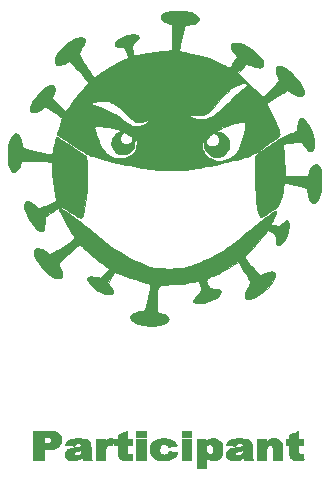
<source format=gbr>
G04 #@! TF.GenerationSoftware,KiCad,Pcbnew,(5.1.10)-1*
G04 #@! TF.CreationDate,2021-09-08T08:42:21-05:00*
G04 #@! TF.ProjectId,Bsides-KC-2021-SAO-Participant,42736964-6573-42d4-9b43-2d323032312d,rev?*
G04 #@! TF.SameCoordinates,Original*
G04 #@! TF.FileFunction,Legend,Top*
G04 #@! TF.FilePolarity,Positive*
%FSLAX46Y46*%
G04 Gerber Fmt 4.6, Leading zero omitted, Abs format (unit mm)*
G04 Created by KiCad (PCBNEW (5.1.10)-1) date 2021-09-08 08:42:21*
%MOMM*%
%LPD*%
G01*
G04 APERTURE LIST*
%ADD10C,0.010000*%
G04 APERTURE END LIST*
D10*
G04 #@! TO.C,G\u002A\u002A\u002A*
G36*
X108501277Y-63074515D02*
G01*
X108771724Y-63088780D01*
X109031850Y-63113764D01*
X109271033Y-63148694D01*
X109466080Y-63189609D01*
X109634508Y-63242396D01*
X109789775Y-63311346D01*
X109927021Y-63392684D01*
X110041385Y-63482640D01*
X110128005Y-63577439D01*
X110182023Y-63673309D01*
X110198747Y-63758279D01*
X110178140Y-63857796D01*
X110117287Y-63949222D01*
X110017636Y-64031782D01*
X109880639Y-64104699D01*
X109707745Y-64167197D01*
X109500404Y-64218499D01*
X109267414Y-64256875D01*
X109160689Y-64272251D01*
X109068420Y-64288170D01*
X108999116Y-64302970D01*
X108961287Y-64314990D01*
X108957806Y-64317306D01*
X108946736Y-64343684D01*
X108927879Y-64406379D01*
X108902440Y-64500342D01*
X108871622Y-64620524D01*
X108836629Y-64761875D01*
X108798666Y-64919345D01*
X108758938Y-65087885D01*
X108718647Y-65262445D01*
X108678998Y-65437975D01*
X108641196Y-65609426D01*
X108606444Y-65771747D01*
X108577492Y-65912201D01*
X108553407Y-66038471D01*
X108533338Y-66156510D01*
X108518594Y-66257545D01*
X108510480Y-66332804D01*
X108509592Y-66367917D01*
X108515997Y-66454512D01*
X108664164Y-66492572D01*
X108734516Y-66509234D01*
X108836202Y-66531448D01*
X108958928Y-66557057D01*
X109092404Y-66583904D01*
X109195997Y-66604056D01*
X109619275Y-66689991D01*
X110008358Y-66779996D01*
X110371364Y-66876750D01*
X110716407Y-66982934D01*
X111051606Y-67101227D01*
X111385075Y-67234310D01*
X111724931Y-67384862D01*
X112079292Y-67555564D01*
X112082580Y-67557204D01*
X112211624Y-67620850D01*
X112338123Y-67681907D01*
X112453431Y-67736298D01*
X112548900Y-67779950D01*
X112615882Y-67808786D01*
X112619291Y-67810149D01*
X112764418Y-67867714D01*
X112817069Y-67818516D01*
X112866373Y-67762621D01*
X112930032Y-67675466D01*
X113003731Y-67563784D01*
X113083154Y-67434309D01*
X113163986Y-67293773D01*
X113222783Y-67185460D01*
X113352354Y-66940269D01*
X113201934Y-66740960D01*
X113086263Y-66575906D01*
X112992200Y-66417383D01*
X112920733Y-66268915D01*
X112872848Y-66134025D01*
X112849532Y-66016235D01*
X112851772Y-65919069D01*
X112880554Y-65846050D01*
X112936866Y-65800701D01*
X112938377Y-65800060D01*
X113024050Y-65775930D01*
X113136543Y-65760401D01*
X113261048Y-65754372D01*
X113382758Y-65758744D01*
X113458414Y-65768482D01*
X113662037Y-65818068D01*
X113873323Y-65892812D01*
X114088374Y-65989546D01*
X114303293Y-66105101D01*
X114514181Y-66236310D01*
X114717140Y-66380004D01*
X114908271Y-66533014D01*
X115083678Y-66692174D01*
X115239462Y-66854314D01*
X115371725Y-67016266D01*
X115476568Y-67174862D01*
X115550095Y-67326935D01*
X115588406Y-67469315D01*
X115591993Y-67502588D01*
X115587160Y-67633426D01*
X115551662Y-67735094D01*
X115485553Y-67807532D01*
X115388887Y-67850678D01*
X115266480Y-67864488D01*
X115175822Y-67856644D01*
X115051643Y-67833959D01*
X114899513Y-67797835D01*
X114725004Y-67749674D01*
X114533687Y-67690879D01*
X114397782Y-67645862D01*
X114183567Y-67572882D01*
X113448341Y-68309010D01*
X113744419Y-68607436D01*
X113842463Y-68705625D01*
X113958227Y-68820504D01*
X114088177Y-68948647D01*
X114228776Y-69086631D01*
X114376490Y-69231032D01*
X114527785Y-69378426D01*
X114679125Y-69525388D01*
X114826975Y-69668494D01*
X114967801Y-69804321D01*
X115098067Y-69929444D01*
X115214239Y-70040440D01*
X115312782Y-70133883D01*
X115390161Y-70206351D01*
X115442840Y-70254419D01*
X115459942Y-70269164D01*
X115515212Y-70312519D01*
X115551333Y-70332088D01*
X115581017Y-70331958D01*
X115612880Y-70318301D01*
X115644872Y-70294492D01*
X115701867Y-70244199D01*
X115779696Y-70171614D01*
X115874189Y-70080928D01*
X115981174Y-69976333D01*
X116096481Y-69862020D01*
X116215940Y-69742180D01*
X116335380Y-69621006D01*
X116450631Y-69502688D01*
X116557522Y-69391417D01*
X116651883Y-69291386D01*
X116729544Y-69206786D01*
X116786333Y-69141807D01*
X116799583Y-69125635D01*
X116860186Y-69048316D01*
X116899549Y-68988381D01*
X116918163Y-68935881D01*
X116916514Y-68880865D01*
X116895092Y-68813384D01*
X116854386Y-68723485D01*
X116822553Y-68658012D01*
X116753068Y-68502672D01*
X116707760Y-68366731D01*
X116683242Y-68237461D01*
X116676116Y-68107984D01*
X116684753Y-67959183D01*
X116712325Y-67847478D01*
X116760872Y-67771152D01*
X116832432Y-67728483D01*
X116929044Y-67717755D01*
X117052749Y-67737247D01*
X117100530Y-67750214D01*
X117251579Y-67806887D01*
X117421155Y-67891809D01*
X117601391Y-68000130D01*
X117784423Y-68126998D01*
X117962385Y-68267563D01*
X118020050Y-68317356D01*
X118172849Y-68463744D01*
X118323110Y-68628884D01*
X118467602Y-68807516D01*
X118603097Y-68994383D01*
X118726366Y-69184225D01*
X118834180Y-69371782D01*
X118923309Y-69551796D01*
X118990524Y-69719009D01*
X119032596Y-69868160D01*
X119046334Y-69988755D01*
X119029733Y-70096050D01*
X118982475Y-70178217D01*
X118908058Y-70235142D01*
X118809976Y-70266711D01*
X118691725Y-70272812D01*
X118556802Y-70253330D01*
X118408703Y-70208153D01*
X118250922Y-70137167D01*
X118086957Y-70040258D01*
X118058174Y-70020822D01*
X117992796Y-69980182D01*
X117906504Y-69932241D01*
X117817089Y-69886847D01*
X117810169Y-69883543D01*
X117653673Y-69809223D01*
X117501178Y-69886018D01*
X117422523Y-69927690D01*
X117321083Y-69984389D01*
X117209948Y-70048665D01*
X117102206Y-70113071D01*
X117102173Y-70113091D01*
X117016233Y-70166290D01*
X116911457Y-70232438D01*
X116792604Y-70308407D01*
X116664434Y-70391070D01*
X116531708Y-70477299D01*
X116399185Y-70563966D01*
X116271626Y-70647944D01*
X116153789Y-70726105D01*
X116050435Y-70795321D01*
X115966323Y-70852464D01*
X115906214Y-70894407D01*
X115874868Y-70918022D01*
X115871414Y-70921818D01*
X115881049Y-70942823D01*
X115908048Y-70995584D01*
X115949548Y-71074667D01*
X116002686Y-71174637D01*
X116064600Y-71290060D01*
X116097668Y-71351341D01*
X116230115Y-71602208D01*
X116359395Y-71858358D01*
X116483022Y-72114214D01*
X116598511Y-72364201D01*
X116703376Y-72602744D01*
X116795132Y-72824267D01*
X116871293Y-73023195D01*
X116929374Y-73193952D01*
X116949509Y-73262131D01*
X116981853Y-73401413D01*
X116992068Y-73508651D01*
X116980159Y-73587887D01*
X116949907Y-73639270D01*
X116912433Y-73673247D01*
X116844533Y-73728370D01*
X116750474Y-73801527D01*
X116634525Y-73889608D01*
X116500956Y-73989502D01*
X116354033Y-74098097D01*
X116198025Y-74212283D01*
X116037201Y-74328950D01*
X115875830Y-74444985D01*
X115718178Y-74557279D01*
X115568516Y-74662719D01*
X115431110Y-74758196D01*
X115310230Y-74840598D01*
X115215802Y-74903150D01*
X115081642Y-74988056D01*
X114949633Y-75066611D01*
X114816723Y-75139832D01*
X114679859Y-75208731D01*
X114535988Y-75274323D01*
X114382058Y-75337623D01*
X114215015Y-75399646D01*
X114031807Y-75461405D01*
X113829381Y-75523916D01*
X113604684Y-75588192D01*
X113354664Y-75655249D01*
X113076268Y-75726100D01*
X112766443Y-75801760D01*
X112422137Y-75883244D01*
X112040295Y-75971565D01*
X111913247Y-76000624D01*
X111507384Y-76092095D01*
X111138283Y-76172768D01*
X110801977Y-76243392D01*
X110494498Y-76304715D01*
X110211882Y-76357484D01*
X109950159Y-76402447D01*
X109705364Y-76440353D01*
X109473530Y-76471949D01*
X109309747Y-76491511D01*
X109201250Y-76500943D01*
X109056251Y-76509372D01*
X108880569Y-76516729D01*
X108680025Y-76522943D01*
X108460438Y-76527943D01*
X108227628Y-76531661D01*
X107987417Y-76534024D01*
X107745624Y-76534965D01*
X107508069Y-76534411D01*
X107280572Y-76532294D01*
X107068954Y-76528543D01*
X106879035Y-76523088D01*
X106833247Y-76521354D01*
X106660530Y-76513407D01*
X106501249Y-76503554D01*
X106347582Y-76490883D01*
X106191705Y-76474481D01*
X106025798Y-76453435D01*
X105842037Y-76426834D01*
X105632601Y-76393765D01*
X105389667Y-76353316D01*
X105383330Y-76352242D01*
X105040180Y-76291978D01*
X104688529Y-76226288D01*
X104331778Y-76156013D01*
X103973326Y-76081995D01*
X103616575Y-76005072D01*
X103264924Y-75926087D01*
X102921774Y-75845879D01*
X102590525Y-75765289D01*
X102274578Y-75685158D01*
X101977332Y-75606326D01*
X101702189Y-75529634D01*
X101452549Y-75455923D01*
X101231811Y-75386032D01*
X101043377Y-75320802D01*
X100890647Y-75261074D01*
X100798648Y-75218927D01*
X100677628Y-75154289D01*
X100524035Y-75066013D01*
X100339634Y-74955217D01*
X100126194Y-74823019D01*
X99885480Y-74670537D01*
X99619258Y-74498890D01*
X99329297Y-74309195D01*
X99017362Y-74102570D01*
X98715830Y-73900729D01*
X98579840Y-73809180D01*
X98455034Y-73724976D01*
X98345785Y-73651081D01*
X98256465Y-73590461D01*
X98191448Y-73546080D01*
X98155107Y-73520903D01*
X98149132Y-73516509D01*
X98151125Y-73493302D01*
X98165979Y-73436430D01*
X98191822Y-73351916D01*
X98226784Y-73245781D01*
X98268994Y-73124049D01*
X98284512Y-73080602D01*
X98336674Y-72934088D01*
X98337246Y-72932452D01*
X101311164Y-72932452D01*
X101311890Y-72985598D01*
X101315755Y-73026979D01*
X101332786Y-73125437D01*
X101365342Y-73254935D01*
X101410866Y-73408238D01*
X101466802Y-73578107D01*
X101530592Y-73757308D01*
X101599680Y-73938602D01*
X101671508Y-74114753D01*
X101743521Y-74278524D01*
X101798906Y-74394484D01*
X101948183Y-74653850D01*
X102122646Y-74886738D01*
X102319058Y-75090411D01*
X102534185Y-75262132D01*
X102764791Y-75399164D01*
X103007642Y-75498770D01*
X103150247Y-75537736D01*
X103281587Y-75556798D01*
X103437268Y-75563253D01*
X103601823Y-75557746D01*
X103759787Y-75540924D01*
X103895695Y-75513431D01*
X103922830Y-75505470D01*
X104085720Y-75446411D01*
X104228999Y-75376027D01*
X104370960Y-75284756D01*
X104434192Y-75238196D01*
X104559834Y-75132115D01*
X104658598Y-75021603D01*
X104736941Y-74896727D01*
X104801320Y-74747556D01*
X104847659Y-74602114D01*
X104874922Y-74481158D01*
X104879085Y-74449643D01*
X110417171Y-74449643D01*
X110431092Y-74590178D01*
X110459505Y-74737521D01*
X110501261Y-74883927D01*
X110555210Y-75021653D01*
X110620202Y-75142955D01*
X110622363Y-75146341D01*
X110739068Y-75294521D01*
X110888878Y-75431999D01*
X111062780Y-75552368D01*
X111251765Y-75649222D01*
X111409329Y-75705924D01*
X111628773Y-75752023D01*
X111865006Y-75770719D01*
X112102233Y-75761640D01*
X112312682Y-75727290D01*
X112565933Y-75648461D01*
X112798727Y-75535563D01*
X113012235Y-75387547D01*
X113207628Y-75203362D01*
X113386078Y-74981959D01*
X113548755Y-74722287D01*
X113647797Y-74529959D01*
X113754684Y-74283984D01*
X113844819Y-74026564D01*
X113919952Y-73750913D01*
X113981833Y-73450245D01*
X114032214Y-73117777D01*
X114049885Y-72971290D01*
X114063835Y-72845178D01*
X114075931Y-72731224D01*
X114085404Y-72637067D01*
X114091482Y-72570349D01*
X114093414Y-72539874D01*
X114092196Y-72522854D01*
X114084442Y-72510986D01*
X114064001Y-72503650D01*
X114024719Y-72500226D01*
X113960447Y-72500092D01*
X113865031Y-72502628D01*
X113760039Y-72506236D01*
X113542755Y-72518610D01*
X113353774Y-72539082D01*
X113222837Y-72561858D01*
X112879633Y-72652523D01*
X112526748Y-72777764D01*
X112172937Y-72934049D01*
X111826954Y-73117846D01*
X111787340Y-73141014D01*
X111700679Y-73192655D01*
X111646310Y-73227199D01*
X111619919Y-73248820D01*
X111617195Y-73261688D01*
X111633826Y-73269975D01*
X111649757Y-73274115D01*
X111832195Y-73320011D01*
X111979605Y-73362744D01*
X112098838Y-73405339D01*
X112196745Y-73450823D01*
X112280175Y-73502223D01*
X112355979Y-73562563D01*
X112403408Y-73607027D01*
X112531566Y-73761243D01*
X112626460Y-73934711D01*
X112688019Y-74121497D01*
X112716171Y-74315670D01*
X112710843Y-74511298D01*
X112671965Y-74702447D01*
X112599465Y-74883186D01*
X112493270Y-75047582D01*
X112421799Y-75127563D01*
X112266696Y-75256267D01*
X112095286Y-75347335D01*
X111904752Y-75401881D01*
X111692279Y-75421019D01*
X111680414Y-75421067D01*
X111463098Y-75402183D01*
X111264564Y-75345817D01*
X111085854Y-75252396D01*
X110928012Y-75122347D01*
X110912472Y-75106353D01*
X110781392Y-74947407D01*
X110685595Y-74780081D01*
X110621399Y-74595935D01*
X110585123Y-74386527D01*
X110581458Y-74347699D01*
X110568773Y-74232511D01*
X110552819Y-74157260D01*
X110532343Y-74119596D01*
X110506088Y-74117171D01*
X110473866Y-74146324D01*
X110437408Y-74219972D01*
X110418893Y-74323660D01*
X110417171Y-74449643D01*
X104879085Y-74449643D01*
X104891920Y-74352479D01*
X104898580Y-74225638D01*
X104894823Y-74110193D01*
X104894430Y-74107584D01*
X110756241Y-74107584D01*
X110757489Y-74156068D01*
X110795137Y-74252688D01*
X110865831Y-74350180D01*
X110961824Y-74438112D01*
X110973254Y-74446509D01*
X111054765Y-74499363D01*
X111128959Y-74530997D01*
X111212736Y-74546647D01*
X111311908Y-74551414D01*
X111400088Y-74547561D01*
X111476508Y-74529551D01*
X111563310Y-74492006D01*
X111569854Y-74488754D01*
X111691124Y-74407805D01*
X111780263Y-74301013D01*
X111839459Y-74165484D01*
X111852566Y-74114988D01*
X111866468Y-73962660D01*
X111840185Y-73818709D01*
X111775721Y-73688017D01*
X111675081Y-73575468D01*
X111611341Y-73527204D01*
X111518233Y-73471125D01*
X111444851Y-73443536D01*
X111380658Y-73443330D01*
X111315117Y-73469395D01*
X111278247Y-73492133D01*
X111143638Y-73591371D01*
X111022628Y-73698885D01*
X110919301Y-73809468D01*
X110837738Y-73917916D01*
X110782024Y-74019023D01*
X110756241Y-74107584D01*
X104894430Y-74107584D01*
X104880574Y-74015702D01*
X104855757Y-73951725D01*
X104852876Y-73947620D01*
X104817374Y-73905873D01*
X104789462Y-73882678D01*
X104787731Y-73881978D01*
X104761109Y-73893459D01*
X104737388Y-73945042D01*
X104717152Y-74034560D01*
X104700986Y-74159845D01*
X104695387Y-74224746D01*
X104678533Y-74378983D01*
X104653894Y-74507748D01*
X104632339Y-74579158D01*
X104545967Y-74754189D01*
X104431113Y-74902523D01*
X104292898Y-75022897D01*
X104136444Y-75114046D01*
X103966873Y-75174707D01*
X103789307Y-75203616D01*
X103608867Y-75199509D01*
X103430675Y-75161121D01*
X103259853Y-75087189D01*
X103101523Y-74976450D01*
X103084227Y-74961188D01*
X102968373Y-74833077D01*
X102871888Y-74680012D01*
X102799964Y-74513339D01*
X102757796Y-74344407D01*
X102748771Y-74228212D01*
X102769719Y-74060044D01*
X102828882Y-73887901D01*
X102831131Y-73883853D01*
X103510545Y-73883853D01*
X103522567Y-74025611D01*
X103559217Y-74136760D01*
X103622826Y-74219169D01*
X103715727Y-74274705D01*
X103840250Y-74305237D01*
X103998729Y-74312633D01*
X104043907Y-74311086D01*
X104162473Y-74299024D01*
X104256507Y-74276441D01*
X104286074Y-74264237D01*
X104355026Y-74213498D01*
X104423237Y-74136319D01*
X104479943Y-74047389D01*
X104514375Y-73961396D01*
X104517056Y-73949117D01*
X104513489Y-73865552D01*
X104471811Y-73776777D01*
X104391273Y-73681977D01*
X104271124Y-73580340D01*
X104110617Y-73471051D01*
X104034465Y-73424726D01*
X103937132Y-73372881D01*
X103861435Y-73349701D01*
X103797286Y-73355818D01*
X103734601Y-73391864D01*
X103674177Y-73447275D01*
X103591346Y-73548881D01*
X103539497Y-73658385D01*
X103514448Y-73786953D01*
X103510545Y-73883853D01*
X102831131Y-73883853D01*
X102923354Y-73717866D01*
X103050229Y-73556026D01*
X103089452Y-73514739D01*
X103167514Y-73442172D01*
X103238789Y-73393415D01*
X103320417Y-73357357D01*
X103345650Y-73348624D01*
X103447774Y-73311714D01*
X103512134Y-73280570D01*
X103542449Y-73252529D01*
X103542441Y-73224924D01*
X103534662Y-73213265D01*
X103482961Y-73172233D01*
X103396100Y-73127445D01*
X103280825Y-73081148D01*
X103143881Y-73035590D01*
X102992014Y-72993019D01*
X102831969Y-72955683D01*
X102673643Y-72926331D01*
X102485497Y-72899459D01*
X102293703Y-72877841D01*
X102104075Y-72861659D01*
X101922425Y-72851095D01*
X101754567Y-72846330D01*
X101606315Y-72847547D01*
X101483483Y-72854928D01*
X101391883Y-72868655D01*
X101344226Y-72884735D01*
X101321146Y-72902814D01*
X101311164Y-72932452D01*
X98337246Y-72932452D01*
X98390003Y-72781618D01*
X98440549Y-72634669D01*
X98484362Y-72504724D01*
X98516999Y-72404817D01*
X98597740Y-72150817D01*
X98520398Y-72081533D01*
X98446927Y-72021188D01*
X98344886Y-71946456D01*
X98212559Y-71856198D01*
X98048228Y-71749273D01*
X97850175Y-71624541D01*
X97616684Y-71480861D01*
X97605003Y-71473741D01*
X97478519Y-71396862D01*
X97364300Y-71327798D01*
X97267198Y-71269455D01*
X97192070Y-71224740D01*
X97143770Y-71196560D01*
X97127219Y-71187734D01*
X97107413Y-71198723D01*
X97059242Y-71228773D01*
X96989590Y-71273502D01*
X96905342Y-71328531D01*
X96890745Y-71338146D01*
X96718596Y-71447533D01*
X96571821Y-71530840D01*
X96444426Y-71590417D01*
X96330419Y-71628613D01*
X96223806Y-71647781D01*
X96118596Y-71650269D01*
X96098054Y-71649035D01*
X96000578Y-71634615D01*
X95935826Y-71603400D01*
X95896994Y-71548257D01*
X95877275Y-71462054D01*
X95872944Y-71413147D01*
X95874566Y-71294689D01*
X95896341Y-71173275D01*
X95940726Y-71040123D01*
X96010178Y-70886452D01*
X96032838Y-70841677D01*
X96145746Y-70642986D01*
X96276826Y-70447221D01*
X96422396Y-70257619D01*
X96578777Y-70077413D01*
X96742287Y-69909839D01*
X96909243Y-69758131D01*
X97075966Y-69625523D01*
X97238773Y-69515251D01*
X97393984Y-69430548D01*
X97537917Y-69374651D01*
X97666891Y-69350793D01*
X97727907Y-69352243D01*
X97822808Y-69381145D01*
X97893138Y-69441574D01*
X97938513Y-69530310D01*
X97958549Y-69644136D01*
X97952862Y-69779835D01*
X97921068Y-69934189D01*
X97862783Y-70103979D01*
X97827364Y-70185529D01*
X97782613Y-70289717D01*
X97759899Y-70368233D01*
X97759426Y-70431672D01*
X97781400Y-70490630D01*
X97826024Y-70555705D01*
X97834731Y-70566708D01*
X97888999Y-70629870D01*
X97963864Y-70710374D01*
X98054881Y-70804025D01*
X98157607Y-70906626D01*
X98267596Y-71013980D01*
X98380406Y-71121891D01*
X98491591Y-71226162D01*
X98596707Y-71322598D01*
X98691312Y-71407001D01*
X98770959Y-71475175D01*
X98831206Y-71522924D01*
X98867608Y-71546052D01*
X98873486Y-71547567D01*
X98904008Y-71529224D01*
X98954221Y-71474901D01*
X99023313Y-71385653D01*
X99110473Y-71262537D01*
X99214889Y-71106610D01*
X99230639Y-71082527D01*
X99323434Y-70943653D01*
X101072601Y-70943653D01*
X101125202Y-70988898D01*
X101165665Y-71012788D01*
X101236739Y-71044216D01*
X101328334Y-71079067D01*
X101428483Y-71112637D01*
X101808014Y-71239358D01*
X102157989Y-71373530D01*
X102491138Y-71520548D01*
X102820187Y-71685808D01*
X102960476Y-71762093D01*
X103099254Y-71840690D01*
X103222335Y-71914342D01*
X103338205Y-71988852D01*
X103455348Y-72070019D01*
X103582251Y-72163645D01*
X103727398Y-72275529D01*
X103831056Y-72357232D01*
X104032228Y-72509726D01*
X104213247Y-72630361D01*
X104379777Y-72720829D01*
X104537479Y-72782821D01*
X104692018Y-72818029D01*
X104849055Y-72828145D01*
X105014254Y-72814861D01*
X105193278Y-72779869D01*
X105222001Y-72772769D01*
X105323355Y-72742146D01*
X105436692Y-72700452D01*
X105533650Y-72658462D01*
X105614600Y-72614003D01*
X105695181Y-72560191D01*
X105771390Y-72501229D01*
X105839226Y-72441319D01*
X105894688Y-72384664D01*
X105933774Y-72335465D01*
X105952482Y-72297926D01*
X105946811Y-72276248D01*
X105912760Y-72274634D01*
X105894841Y-72279153D01*
X105854299Y-72294012D01*
X105787987Y-72321157D01*
X105708662Y-72355327D01*
X105689757Y-72363699D01*
X105526138Y-72429470D01*
X105377295Y-72471837D01*
X105225613Y-72494649D01*
X105058487Y-72501740D01*
X104958468Y-72501518D01*
X104888829Y-72498109D01*
X104837625Y-72489049D01*
X104792907Y-72471871D01*
X104742729Y-72444110D01*
X104723612Y-72432615D01*
X104652919Y-72385713D01*
X104568919Y-72322057D01*
X104469024Y-72239366D01*
X104350647Y-72135359D01*
X104211197Y-72007757D01*
X104160745Y-71960283D01*
X109331105Y-71960283D01*
X109334245Y-71976791D01*
X109361624Y-71996687D01*
X109410658Y-72020616D01*
X109431455Y-72029636D01*
X109501717Y-72057123D01*
X109594033Y-72090043D01*
X109689865Y-72121816D01*
X109701330Y-72125430D01*
X109783855Y-72150294D01*
X109861207Y-72170922D01*
X109945193Y-72190001D01*
X110047616Y-72210216D01*
X110177580Y-72233775D01*
X110262990Y-72240617D01*
X110376564Y-72238230D01*
X110505443Y-72227850D01*
X110636773Y-72210715D01*
X110757696Y-72188060D01*
X110821623Y-72171837D01*
X110929707Y-72136927D01*
X111045561Y-72093883D01*
X111146308Y-72051274D01*
X111157584Y-72045984D01*
X111242442Y-71999972D01*
X111342473Y-71935226D01*
X111459206Y-71850442D01*
X111594166Y-71744318D01*
X111748881Y-71615548D01*
X111924879Y-71462829D01*
X112123685Y-71284856D01*
X112346828Y-71080325D01*
X112595834Y-70847932D01*
X112872230Y-70586373D01*
X112919985Y-70540884D01*
X113166039Y-70307222D01*
X113383233Y-70102946D01*
X113572427Y-69927297D01*
X113734482Y-69779513D01*
X113870256Y-69658836D01*
X113980611Y-69564504D01*
X114066405Y-69495758D01*
X114128500Y-69451836D01*
X114167755Y-69431980D01*
X114176051Y-69430576D01*
X114231562Y-69418043D01*
X114255489Y-69386670D01*
X114249573Y-69343729D01*
X114215551Y-69296490D01*
X114155163Y-69252224D01*
X114130433Y-69239820D01*
X114043483Y-69210357D01*
X113949388Y-69200734D01*
X113838014Y-69210967D01*
X113701863Y-69240392D01*
X113457443Y-69319942D01*
X113205987Y-69434194D01*
X113018622Y-69540082D01*
X112896060Y-69626271D01*
X112752030Y-69747090D01*
X112587678Y-69901383D01*
X112404148Y-70087990D01*
X112202586Y-70305755D01*
X111984135Y-70553520D01*
X111786847Y-70785864D01*
X111613987Y-70991182D01*
X111463843Y-71165882D01*
X111333272Y-71312864D01*
X111219131Y-71435029D01*
X111118279Y-71535276D01*
X111027573Y-71616507D01*
X110943870Y-71681621D01*
X110864028Y-71733518D01*
X110784904Y-71775100D01*
X110703357Y-71809266D01*
X110662013Y-71824026D01*
X110613919Y-71838708D01*
X110560708Y-71850807D01*
X110496403Y-71860944D01*
X110415025Y-71869738D01*
X110310595Y-71877812D01*
X110177135Y-71885784D01*
X110008667Y-71894277D01*
X109965914Y-71896296D01*
X109769383Y-71906008D01*
X109612587Y-71915242D01*
X109492945Y-71924643D01*
X109407872Y-71934853D01*
X109354787Y-71946518D01*
X109331105Y-71960283D01*
X104160745Y-71960283D01*
X104048088Y-71854278D01*
X103858730Y-71672641D01*
X103834605Y-71649313D01*
X103655226Y-71478139D01*
X103498704Y-71334555D01*
X103359804Y-71214482D01*
X103233289Y-71113843D01*
X103113925Y-71028557D01*
X102996476Y-70954547D01*
X102875707Y-70887733D01*
X102822164Y-70860553D01*
X102673449Y-70790379D01*
X102545276Y-70739797D01*
X102423639Y-70705219D01*
X102294532Y-70683058D01*
X102143949Y-70669729D01*
X102060164Y-70665425D01*
X101864608Y-70664836D01*
X101678176Y-70679318D01*
X101506850Y-70707453D01*
X101356610Y-70747826D01*
X101233439Y-70799019D01*
X101143319Y-70859615D01*
X101115451Y-70889179D01*
X101072601Y-70943653D01*
X99323434Y-70943653D01*
X99374541Y-70867168D01*
X99518278Y-70663532D01*
X99667022Y-70465154D01*
X99825945Y-70265568D01*
X100000218Y-70058308D01*
X100195013Y-69836911D01*
X100415501Y-69594909D01*
X100452789Y-69554621D01*
X100549774Y-69449107D01*
X100636352Y-69353146D01*
X100708561Y-69271274D01*
X100762439Y-69208030D01*
X100794023Y-69167950D01*
X100800747Y-69156161D01*
X100787571Y-69128141D01*
X100750644Y-69073035D01*
X100693867Y-68995806D01*
X100621143Y-68901421D01*
X100536373Y-68794846D01*
X100443459Y-68681048D01*
X100346303Y-68564991D01*
X100248806Y-68451641D01*
X100233209Y-68433830D01*
X100171844Y-68365267D01*
X100092496Y-68278615D01*
X99999200Y-68178103D01*
X99895992Y-68067955D01*
X99786909Y-67952397D01*
X99675985Y-67835656D01*
X99567258Y-67721958D01*
X99464764Y-67615528D01*
X99372537Y-67520592D01*
X99294615Y-67441377D01*
X99235034Y-67382108D01*
X99197828Y-67347012D01*
X99187863Y-67339286D01*
X99164290Y-67344977D01*
X99109124Y-67365095D01*
X99029450Y-67396861D01*
X98932354Y-67437494D01*
X98878453Y-67460716D01*
X98703687Y-67533952D01*
X98559321Y-67587761D01*
X98439088Y-67623874D01*
X98336720Y-67644018D01*
X98245950Y-67649924D01*
X98200154Y-67647852D01*
X98124676Y-67637368D01*
X98073809Y-67616394D01*
X98029933Y-67577345D01*
X98025856Y-67572832D01*
X97970146Y-67479809D01*
X97947507Y-67365808D01*
X97956117Y-67233825D01*
X97994156Y-67086853D01*
X98059802Y-66927888D01*
X98151235Y-66759923D01*
X98266631Y-66585953D01*
X98404172Y-66408973D01*
X98562034Y-66231978D01*
X98738398Y-66057961D01*
X98931442Y-65889917D01*
X99139344Y-65730841D01*
X99151324Y-65722305D01*
X99360318Y-65584384D01*
X99559578Y-65473308D01*
X99746710Y-65389405D01*
X99919324Y-65333004D01*
X100075028Y-65304436D01*
X100211430Y-65304029D01*
X100326140Y-65332113D01*
X100416765Y-65389018D01*
X100480913Y-65475072D01*
X100504321Y-65535912D01*
X100514754Y-65611941D01*
X100504286Y-65700316D01*
X100471433Y-65804750D01*
X100414712Y-65928956D01*
X100332640Y-66076647D01*
X100223734Y-66251536D01*
X100210038Y-66272615D01*
X100151015Y-66365888D01*
X100099599Y-66452260D01*
X100060986Y-66522645D01*
X100040375Y-66567956D01*
X100039508Y-66570745D01*
X100031278Y-66630160D01*
X100040290Y-66700120D01*
X100068499Y-66787657D01*
X100117861Y-66899799D01*
X100148193Y-66961552D01*
X100207155Y-67072722D01*
X100285591Y-67211477D01*
X100379305Y-67371115D01*
X100484101Y-67544931D01*
X100595784Y-67726223D01*
X100710159Y-67908286D01*
X100823031Y-68084417D01*
X100930203Y-68247912D01*
X101027480Y-68392068D01*
X101110667Y-68510182D01*
X101152771Y-68566673D01*
X101247615Y-68689929D01*
X101315223Y-68655624D01*
X101352136Y-68634088D01*
X101418090Y-68592765D01*
X101507042Y-68535556D01*
X101612948Y-68466366D01*
X101729766Y-68389097D01*
X101787199Y-68350780D01*
X102102661Y-68143425D01*
X102396465Y-67958650D01*
X102678532Y-67790844D01*
X102958785Y-67634398D01*
X103247147Y-67483699D01*
X103553541Y-67333139D01*
X103753497Y-67238986D01*
X103879951Y-67180211D01*
X103992904Y-67127586D01*
X104086919Y-67083654D01*
X104156560Y-67050957D01*
X104196392Y-67032038D01*
X104203697Y-67028378D01*
X104197472Y-67008587D01*
X104176830Y-66955682D01*
X104144127Y-66875418D01*
X104101716Y-66773550D01*
X104051954Y-66655833D01*
X104034869Y-66615772D01*
X103973129Y-66471328D01*
X103923501Y-66360601D01*
X103880508Y-66278798D01*
X103838673Y-66221131D01*
X103792521Y-66182806D01*
X103736574Y-66159035D01*
X103665357Y-66145026D01*
X103573393Y-66135987D01*
X103478330Y-66128900D01*
X103330155Y-66113882D01*
X103218415Y-66093043D01*
X103137406Y-66064626D01*
X103081425Y-66026876D01*
X103057763Y-65999426D01*
X103027076Y-65922060D01*
X103034259Y-65836143D01*
X103076299Y-65744116D01*
X103150185Y-65648417D01*
X103252903Y-65551484D01*
X103381442Y-65455756D01*
X103532788Y-65363672D01*
X103703929Y-65277670D01*
X103891854Y-65200189D01*
X104093549Y-65133668D01*
X104145080Y-65119222D01*
X104258057Y-65091826D01*
X104362926Y-65074649D01*
X104477095Y-65065519D01*
X104600164Y-65062403D01*
X104746900Y-65064799D01*
X104857891Y-65076500D01*
X104939087Y-65099514D01*
X104996442Y-65135849D01*
X105035910Y-65187516D01*
X105048310Y-65213613D01*
X105065745Y-65284711D01*
X105056649Y-65357272D01*
X105018700Y-65435078D01*
X104949579Y-65521909D01*
X104846965Y-65621547D01*
X104744519Y-65708681D01*
X104651108Y-65789391D01*
X104588144Y-65857264D01*
X104550079Y-65921750D01*
X104531368Y-65992301D01*
X104526464Y-66078365D01*
X104526468Y-66080224D01*
X104530746Y-66170528D01*
X104541882Y-66288151D01*
X104558010Y-66418989D01*
X104577263Y-66548936D01*
X104597775Y-66663888D01*
X104612468Y-66730219D01*
X104629122Y-66788911D01*
X104648466Y-66817306D01*
X104683088Y-66826264D01*
X104724385Y-66826779D01*
X104779305Y-66822556D01*
X104864104Y-66811518D01*
X104967186Y-66795344D01*
X105076414Y-66775817D01*
X105297277Y-66733925D01*
X105482339Y-66699176D01*
X105637341Y-66670581D01*
X105768026Y-66647153D01*
X105880137Y-66627904D01*
X105979417Y-66611848D01*
X106071609Y-66597995D01*
X106162456Y-66585358D01*
X106251164Y-66573782D01*
X106386205Y-66557579D01*
X106547147Y-66539832D01*
X106717681Y-66522253D01*
X106881497Y-66506549D01*
X106954484Y-66500048D01*
X107188990Y-66477567D01*
X107389940Y-66453576D01*
X107555174Y-66428407D01*
X107682534Y-66402391D01*
X107769858Y-66375861D01*
X107774047Y-66374147D01*
X107827785Y-66340684D01*
X107853274Y-66289529D01*
X107856526Y-66273995D01*
X107860720Y-66232279D01*
X107865483Y-66153940D01*
X107870654Y-66044683D01*
X107876070Y-65910212D01*
X107881572Y-65756232D01*
X107886997Y-65588447D01*
X107892185Y-65412562D01*
X107896974Y-65234281D01*
X107901204Y-65059309D01*
X107904713Y-64893350D01*
X107907340Y-64742108D01*
X107908923Y-64611288D01*
X107909302Y-64506595D01*
X107908421Y-64437244D01*
X107902164Y-64216671D01*
X107658747Y-64139329D01*
X107551148Y-64103347D01*
X107447107Y-64065427D01*
X107359733Y-64030518D01*
X107309497Y-64007497D01*
X107161285Y-63917674D01*
X107045784Y-63818844D01*
X106965705Y-63714175D01*
X106923757Y-63606835D01*
X106917914Y-63550074D01*
X106920929Y-63495070D01*
X106934765Y-63452833D01*
X106966609Y-63409749D01*
X107021053Y-63354704D01*
X107115323Y-63279407D01*
X107229886Y-63217623D01*
X107369037Y-63168116D01*
X107537072Y-63129649D01*
X107738289Y-63100988D01*
X107971904Y-63081217D01*
X108231130Y-63071737D01*
X108501277Y-63074515D01*
G37*
X108501277Y-63074515D02*
X108771724Y-63088780D01*
X109031850Y-63113764D01*
X109271033Y-63148694D01*
X109466080Y-63189609D01*
X109634508Y-63242396D01*
X109789775Y-63311346D01*
X109927021Y-63392684D01*
X110041385Y-63482640D01*
X110128005Y-63577439D01*
X110182023Y-63673309D01*
X110198747Y-63758279D01*
X110178140Y-63857796D01*
X110117287Y-63949222D01*
X110017636Y-64031782D01*
X109880639Y-64104699D01*
X109707745Y-64167197D01*
X109500404Y-64218499D01*
X109267414Y-64256875D01*
X109160689Y-64272251D01*
X109068420Y-64288170D01*
X108999116Y-64302970D01*
X108961287Y-64314990D01*
X108957806Y-64317306D01*
X108946736Y-64343684D01*
X108927879Y-64406379D01*
X108902440Y-64500342D01*
X108871622Y-64620524D01*
X108836629Y-64761875D01*
X108798666Y-64919345D01*
X108758938Y-65087885D01*
X108718647Y-65262445D01*
X108678998Y-65437975D01*
X108641196Y-65609426D01*
X108606444Y-65771747D01*
X108577492Y-65912201D01*
X108553407Y-66038471D01*
X108533338Y-66156510D01*
X108518594Y-66257545D01*
X108510480Y-66332804D01*
X108509592Y-66367917D01*
X108515997Y-66454512D01*
X108664164Y-66492572D01*
X108734516Y-66509234D01*
X108836202Y-66531448D01*
X108958928Y-66557057D01*
X109092404Y-66583904D01*
X109195997Y-66604056D01*
X109619275Y-66689991D01*
X110008358Y-66779996D01*
X110371364Y-66876750D01*
X110716407Y-66982934D01*
X111051606Y-67101227D01*
X111385075Y-67234310D01*
X111724931Y-67384862D01*
X112079292Y-67555564D01*
X112082580Y-67557204D01*
X112211624Y-67620850D01*
X112338123Y-67681907D01*
X112453431Y-67736298D01*
X112548900Y-67779950D01*
X112615882Y-67808786D01*
X112619291Y-67810149D01*
X112764418Y-67867714D01*
X112817069Y-67818516D01*
X112866373Y-67762621D01*
X112930032Y-67675466D01*
X113003731Y-67563784D01*
X113083154Y-67434309D01*
X113163986Y-67293773D01*
X113222783Y-67185460D01*
X113352354Y-66940269D01*
X113201934Y-66740960D01*
X113086263Y-66575906D01*
X112992200Y-66417383D01*
X112920733Y-66268915D01*
X112872848Y-66134025D01*
X112849532Y-66016235D01*
X112851772Y-65919069D01*
X112880554Y-65846050D01*
X112936866Y-65800701D01*
X112938377Y-65800060D01*
X113024050Y-65775930D01*
X113136543Y-65760401D01*
X113261048Y-65754372D01*
X113382758Y-65758744D01*
X113458414Y-65768482D01*
X113662037Y-65818068D01*
X113873323Y-65892812D01*
X114088374Y-65989546D01*
X114303293Y-66105101D01*
X114514181Y-66236310D01*
X114717140Y-66380004D01*
X114908271Y-66533014D01*
X115083678Y-66692174D01*
X115239462Y-66854314D01*
X115371725Y-67016266D01*
X115476568Y-67174862D01*
X115550095Y-67326935D01*
X115588406Y-67469315D01*
X115591993Y-67502588D01*
X115587160Y-67633426D01*
X115551662Y-67735094D01*
X115485553Y-67807532D01*
X115388887Y-67850678D01*
X115266480Y-67864488D01*
X115175822Y-67856644D01*
X115051643Y-67833959D01*
X114899513Y-67797835D01*
X114725004Y-67749674D01*
X114533687Y-67690879D01*
X114397782Y-67645862D01*
X114183567Y-67572882D01*
X113448341Y-68309010D01*
X113744419Y-68607436D01*
X113842463Y-68705625D01*
X113958227Y-68820504D01*
X114088177Y-68948647D01*
X114228776Y-69086631D01*
X114376490Y-69231032D01*
X114527785Y-69378426D01*
X114679125Y-69525388D01*
X114826975Y-69668494D01*
X114967801Y-69804321D01*
X115098067Y-69929444D01*
X115214239Y-70040440D01*
X115312782Y-70133883D01*
X115390161Y-70206351D01*
X115442840Y-70254419D01*
X115459942Y-70269164D01*
X115515212Y-70312519D01*
X115551333Y-70332088D01*
X115581017Y-70331958D01*
X115612880Y-70318301D01*
X115644872Y-70294492D01*
X115701867Y-70244199D01*
X115779696Y-70171614D01*
X115874189Y-70080928D01*
X115981174Y-69976333D01*
X116096481Y-69862020D01*
X116215940Y-69742180D01*
X116335380Y-69621006D01*
X116450631Y-69502688D01*
X116557522Y-69391417D01*
X116651883Y-69291386D01*
X116729544Y-69206786D01*
X116786333Y-69141807D01*
X116799583Y-69125635D01*
X116860186Y-69048316D01*
X116899549Y-68988381D01*
X116918163Y-68935881D01*
X116916514Y-68880865D01*
X116895092Y-68813384D01*
X116854386Y-68723485D01*
X116822553Y-68658012D01*
X116753068Y-68502672D01*
X116707760Y-68366731D01*
X116683242Y-68237461D01*
X116676116Y-68107984D01*
X116684753Y-67959183D01*
X116712325Y-67847478D01*
X116760872Y-67771152D01*
X116832432Y-67728483D01*
X116929044Y-67717755D01*
X117052749Y-67737247D01*
X117100530Y-67750214D01*
X117251579Y-67806887D01*
X117421155Y-67891809D01*
X117601391Y-68000130D01*
X117784423Y-68126998D01*
X117962385Y-68267563D01*
X118020050Y-68317356D01*
X118172849Y-68463744D01*
X118323110Y-68628884D01*
X118467602Y-68807516D01*
X118603097Y-68994383D01*
X118726366Y-69184225D01*
X118834180Y-69371782D01*
X118923309Y-69551796D01*
X118990524Y-69719009D01*
X119032596Y-69868160D01*
X119046334Y-69988755D01*
X119029733Y-70096050D01*
X118982475Y-70178217D01*
X118908058Y-70235142D01*
X118809976Y-70266711D01*
X118691725Y-70272812D01*
X118556802Y-70253330D01*
X118408703Y-70208153D01*
X118250922Y-70137167D01*
X118086957Y-70040258D01*
X118058174Y-70020822D01*
X117992796Y-69980182D01*
X117906504Y-69932241D01*
X117817089Y-69886847D01*
X117810169Y-69883543D01*
X117653673Y-69809223D01*
X117501178Y-69886018D01*
X117422523Y-69927690D01*
X117321083Y-69984389D01*
X117209948Y-70048665D01*
X117102206Y-70113071D01*
X117102173Y-70113091D01*
X117016233Y-70166290D01*
X116911457Y-70232438D01*
X116792604Y-70308407D01*
X116664434Y-70391070D01*
X116531708Y-70477299D01*
X116399185Y-70563966D01*
X116271626Y-70647944D01*
X116153789Y-70726105D01*
X116050435Y-70795321D01*
X115966323Y-70852464D01*
X115906214Y-70894407D01*
X115874868Y-70918022D01*
X115871414Y-70921818D01*
X115881049Y-70942823D01*
X115908048Y-70995584D01*
X115949548Y-71074667D01*
X116002686Y-71174637D01*
X116064600Y-71290060D01*
X116097668Y-71351341D01*
X116230115Y-71602208D01*
X116359395Y-71858358D01*
X116483022Y-72114214D01*
X116598511Y-72364201D01*
X116703376Y-72602744D01*
X116795132Y-72824267D01*
X116871293Y-73023195D01*
X116929374Y-73193952D01*
X116949509Y-73262131D01*
X116981853Y-73401413D01*
X116992068Y-73508651D01*
X116980159Y-73587887D01*
X116949907Y-73639270D01*
X116912433Y-73673247D01*
X116844533Y-73728370D01*
X116750474Y-73801527D01*
X116634525Y-73889608D01*
X116500956Y-73989502D01*
X116354033Y-74098097D01*
X116198025Y-74212283D01*
X116037201Y-74328950D01*
X115875830Y-74444985D01*
X115718178Y-74557279D01*
X115568516Y-74662719D01*
X115431110Y-74758196D01*
X115310230Y-74840598D01*
X115215802Y-74903150D01*
X115081642Y-74988056D01*
X114949633Y-75066611D01*
X114816723Y-75139832D01*
X114679859Y-75208731D01*
X114535988Y-75274323D01*
X114382058Y-75337623D01*
X114215015Y-75399646D01*
X114031807Y-75461405D01*
X113829381Y-75523916D01*
X113604684Y-75588192D01*
X113354664Y-75655249D01*
X113076268Y-75726100D01*
X112766443Y-75801760D01*
X112422137Y-75883244D01*
X112040295Y-75971565D01*
X111913247Y-76000624D01*
X111507384Y-76092095D01*
X111138283Y-76172768D01*
X110801977Y-76243392D01*
X110494498Y-76304715D01*
X110211882Y-76357484D01*
X109950159Y-76402447D01*
X109705364Y-76440353D01*
X109473530Y-76471949D01*
X109309747Y-76491511D01*
X109201250Y-76500943D01*
X109056251Y-76509372D01*
X108880569Y-76516729D01*
X108680025Y-76522943D01*
X108460438Y-76527943D01*
X108227628Y-76531661D01*
X107987417Y-76534024D01*
X107745624Y-76534965D01*
X107508069Y-76534411D01*
X107280572Y-76532294D01*
X107068954Y-76528543D01*
X106879035Y-76523088D01*
X106833247Y-76521354D01*
X106660530Y-76513407D01*
X106501249Y-76503554D01*
X106347582Y-76490883D01*
X106191705Y-76474481D01*
X106025798Y-76453435D01*
X105842037Y-76426834D01*
X105632601Y-76393765D01*
X105389667Y-76353316D01*
X105383330Y-76352242D01*
X105040180Y-76291978D01*
X104688529Y-76226288D01*
X104331778Y-76156013D01*
X103973326Y-76081995D01*
X103616575Y-76005072D01*
X103264924Y-75926087D01*
X102921774Y-75845879D01*
X102590525Y-75765289D01*
X102274578Y-75685158D01*
X101977332Y-75606326D01*
X101702189Y-75529634D01*
X101452549Y-75455923D01*
X101231811Y-75386032D01*
X101043377Y-75320802D01*
X100890647Y-75261074D01*
X100798648Y-75218927D01*
X100677628Y-75154289D01*
X100524035Y-75066013D01*
X100339634Y-74955217D01*
X100126194Y-74823019D01*
X99885480Y-74670537D01*
X99619258Y-74498890D01*
X99329297Y-74309195D01*
X99017362Y-74102570D01*
X98715830Y-73900729D01*
X98579840Y-73809180D01*
X98455034Y-73724976D01*
X98345785Y-73651081D01*
X98256465Y-73590461D01*
X98191448Y-73546080D01*
X98155107Y-73520903D01*
X98149132Y-73516509D01*
X98151125Y-73493302D01*
X98165979Y-73436430D01*
X98191822Y-73351916D01*
X98226784Y-73245781D01*
X98268994Y-73124049D01*
X98284512Y-73080602D01*
X98336674Y-72934088D01*
X98337246Y-72932452D01*
X101311164Y-72932452D01*
X101311890Y-72985598D01*
X101315755Y-73026979D01*
X101332786Y-73125437D01*
X101365342Y-73254935D01*
X101410866Y-73408238D01*
X101466802Y-73578107D01*
X101530592Y-73757308D01*
X101599680Y-73938602D01*
X101671508Y-74114753D01*
X101743521Y-74278524D01*
X101798906Y-74394484D01*
X101948183Y-74653850D01*
X102122646Y-74886738D01*
X102319058Y-75090411D01*
X102534185Y-75262132D01*
X102764791Y-75399164D01*
X103007642Y-75498770D01*
X103150247Y-75537736D01*
X103281587Y-75556798D01*
X103437268Y-75563253D01*
X103601823Y-75557746D01*
X103759787Y-75540924D01*
X103895695Y-75513431D01*
X103922830Y-75505470D01*
X104085720Y-75446411D01*
X104228999Y-75376027D01*
X104370960Y-75284756D01*
X104434192Y-75238196D01*
X104559834Y-75132115D01*
X104658598Y-75021603D01*
X104736941Y-74896727D01*
X104801320Y-74747556D01*
X104847659Y-74602114D01*
X104874922Y-74481158D01*
X104879085Y-74449643D01*
X110417171Y-74449643D01*
X110431092Y-74590178D01*
X110459505Y-74737521D01*
X110501261Y-74883927D01*
X110555210Y-75021653D01*
X110620202Y-75142955D01*
X110622363Y-75146341D01*
X110739068Y-75294521D01*
X110888878Y-75431999D01*
X111062780Y-75552368D01*
X111251765Y-75649222D01*
X111409329Y-75705924D01*
X111628773Y-75752023D01*
X111865006Y-75770719D01*
X112102233Y-75761640D01*
X112312682Y-75727290D01*
X112565933Y-75648461D01*
X112798727Y-75535563D01*
X113012235Y-75387547D01*
X113207628Y-75203362D01*
X113386078Y-74981959D01*
X113548755Y-74722287D01*
X113647797Y-74529959D01*
X113754684Y-74283984D01*
X113844819Y-74026564D01*
X113919952Y-73750913D01*
X113981833Y-73450245D01*
X114032214Y-73117777D01*
X114049885Y-72971290D01*
X114063835Y-72845178D01*
X114075931Y-72731224D01*
X114085404Y-72637067D01*
X114091482Y-72570349D01*
X114093414Y-72539874D01*
X114092196Y-72522854D01*
X114084442Y-72510986D01*
X114064001Y-72503650D01*
X114024719Y-72500226D01*
X113960447Y-72500092D01*
X113865031Y-72502628D01*
X113760039Y-72506236D01*
X113542755Y-72518610D01*
X113353774Y-72539082D01*
X113222837Y-72561858D01*
X112879633Y-72652523D01*
X112526748Y-72777764D01*
X112172937Y-72934049D01*
X111826954Y-73117846D01*
X111787340Y-73141014D01*
X111700679Y-73192655D01*
X111646310Y-73227199D01*
X111619919Y-73248820D01*
X111617195Y-73261688D01*
X111633826Y-73269975D01*
X111649757Y-73274115D01*
X111832195Y-73320011D01*
X111979605Y-73362744D01*
X112098838Y-73405339D01*
X112196745Y-73450823D01*
X112280175Y-73502223D01*
X112355979Y-73562563D01*
X112403408Y-73607027D01*
X112531566Y-73761243D01*
X112626460Y-73934711D01*
X112688019Y-74121497D01*
X112716171Y-74315670D01*
X112710843Y-74511298D01*
X112671965Y-74702447D01*
X112599465Y-74883186D01*
X112493270Y-75047582D01*
X112421799Y-75127563D01*
X112266696Y-75256267D01*
X112095286Y-75347335D01*
X111904752Y-75401881D01*
X111692279Y-75421019D01*
X111680414Y-75421067D01*
X111463098Y-75402183D01*
X111264564Y-75345817D01*
X111085854Y-75252396D01*
X110928012Y-75122347D01*
X110912472Y-75106353D01*
X110781392Y-74947407D01*
X110685595Y-74780081D01*
X110621399Y-74595935D01*
X110585123Y-74386527D01*
X110581458Y-74347699D01*
X110568773Y-74232511D01*
X110552819Y-74157260D01*
X110532343Y-74119596D01*
X110506088Y-74117171D01*
X110473866Y-74146324D01*
X110437408Y-74219972D01*
X110418893Y-74323660D01*
X110417171Y-74449643D01*
X104879085Y-74449643D01*
X104891920Y-74352479D01*
X104898580Y-74225638D01*
X104894823Y-74110193D01*
X104894430Y-74107584D01*
X110756241Y-74107584D01*
X110757489Y-74156068D01*
X110795137Y-74252688D01*
X110865831Y-74350180D01*
X110961824Y-74438112D01*
X110973254Y-74446509D01*
X111054765Y-74499363D01*
X111128959Y-74530997D01*
X111212736Y-74546647D01*
X111311908Y-74551414D01*
X111400088Y-74547561D01*
X111476508Y-74529551D01*
X111563310Y-74492006D01*
X111569854Y-74488754D01*
X111691124Y-74407805D01*
X111780263Y-74301013D01*
X111839459Y-74165484D01*
X111852566Y-74114988D01*
X111866468Y-73962660D01*
X111840185Y-73818709D01*
X111775721Y-73688017D01*
X111675081Y-73575468D01*
X111611341Y-73527204D01*
X111518233Y-73471125D01*
X111444851Y-73443536D01*
X111380658Y-73443330D01*
X111315117Y-73469395D01*
X111278247Y-73492133D01*
X111143638Y-73591371D01*
X111022628Y-73698885D01*
X110919301Y-73809468D01*
X110837738Y-73917916D01*
X110782024Y-74019023D01*
X110756241Y-74107584D01*
X104894430Y-74107584D01*
X104880574Y-74015702D01*
X104855757Y-73951725D01*
X104852876Y-73947620D01*
X104817374Y-73905873D01*
X104789462Y-73882678D01*
X104787731Y-73881978D01*
X104761109Y-73893459D01*
X104737388Y-73945042D01*
X104717152Y-74034560D01*
X104700986Y-74159845D01*
X104695387Y-74224746D01*
X104678533Y-74378983D01*
X104653894Y-74507748D01*
X104632339Y-74579158D01*
X104545967Y-74754189D01*
X104431113Y-74902523D01*
X104292898Y-75022897D01*
X104136444Y-75114046D01*
X103966873Y-75174707D01*
X103789307Y-75203616D01*
X103608867Y-75199509D01*
X103430675Y-75161121D01*
X103259853Y-75087189D01*
X103101523Y-74976450D01*
X103084227Y-74961188D01*
X102968373Y-74833077D01*
X102871888Y-74680012D01*
X102799964Y-74513339D01*
X102757796Y-74344407D01*
X102748771Y-74228212D01*
X102769719Y-74060044D01*
X102828882Y-73887901D01*
X102831131Y-73883853D01*
X103510545Y-73883853D01*
X103522567Y-74025611D01*
X103559217Y-74136760D01*
X103622826Y-74219169D01*
X103715727Y-74274705D01*
X103840250Y-74305237D01*
X103998729Y-74312633D01*
X104043907Y-74311086D01*
X104162473Y-74299024D01*
X104256507Y-74276441D01*
X104286074Y-74264237D01*
X104355026Y-74213498D01*
X104423237Y-74136319D01*
X104479943Y-74047389D01*
X104514375Y-73961396D01*
X104517056Y-73949117D01*
X104513489Y-73865552D01*
X104471811Y-73776777D01*
X104391273Y-73681977D01*
X104271124Y-73580340D01*
X104110617Y-73471051D01*
X104034465Y-73424726D01*
X103937132Y-73372881D01*
X103861435Y-73349701D01*
X103797286Y-73355818D01*
X103734601Y-73391864D01*
X103674177Y-73447275D01*
X103591346Y-73548881D01*
X103539497Y-73658385D01*
X103514448Y-73786953D01*
X103510545Y-73883853D01*
X102831131Y-73883853D01*
X102923354Y-73717866D01*
X103050229Y-73556026D01*
X103089452Y-73514739D01*
X103167514Y-73442172D01*
X103238789Y-73393415D01*
X103320417Y-73357357D01*
X103345650Y-73348624D01*
X103447774Y-73311714D01*
X103512134Y-73280570D01*
X103542449Y-73252529D01*
X103542441Y-73224924D01*
X103534662Y-73213265D01*
X103482961Y-73172233D01*
X103396100Y-73127445D01*
X103280825Y-73081148D01*
X103143881Y-73035590D01*
X102992014Y-72993019D01*
X102831969Y-72955683D01*
X102673643Y-72926331D01*
X102485497Y-72899459D01*
X102293703Y-72877841D01*
X102104075Y-72861659D01*
X101922425Y-72851095D01*
X101754567Y-72846330D01*
X101606315Y-72847547D01*
X101483483Y-72854928D01*
X101391883Y-72868655D01*
X101344226Y-72884735D01*
X101321146Y-72902814D01*
X101311164Y-72932452D01*
X98337246Y-72932452D01*
X98390003Y-72781618D01*
X98440549Y-72634669D01*
X98484362Y-72504724D01*
X98516999Y-72404817D01*
X98597740Y-72150817D01*
X98520398Y-72081533D01*
X98446927Y-72021188D01*
X98344886Y-71946456D01*
X98212559Y-71856198D01*
X98048228Y-71749273D01*
X97850175Y-71624541D01*
X97616684Y-71480861D01*
X97605003Y-71473741D01*
X97478519Y-71396862D01*
X97364300Y-71327798D01*
X97267198Y-71269455D01*
X97192070Y-71224740D01*
X97143770Y-71196560D01*
X97127219Y-71187734D01*
X97107413Y-71198723D01*
X97059242Y-71228773D01*
X96989590Y-71273502D01*
X96905342Y-71328531D01*
X96890745Y-71338146D01*
X96718596Y-71447533D01*
X96571821Y-71530840D01*
X96444426Y-71590417D01*
X96330419Y-71628613D01*
X96223806Y-71647781D01*
X96118596Y-71650269D01*
X96098054Y-71649035D01*
X96000578Y-71634615D01*
X95935826Y-71603400D01*
X95896994Y-71548257D01*
X95877275Y-71462054D01*
X95872944Y-71413147D01*
X95874566Y-71294689D01*
X95896341Y-71173275D01*
X95940726Y-71040123D01*
X96010178Y-70886452D01*
X96032838Y-70841677D01*
X96145746Y-70642986D01*
X96276826Y-70447221D01*
X96422396Y-70257619D01*
X96578777Y-70077413D01*
X96742287Y-69909839D01*
X96909243Y-69758131D01*
X97075966Y-69625523D01*
X97238773Y-69515251D01*
X97393984Y-69430548D01*
X97537917Y-69374651D01*
X97666891Y-69350793D01*
X97727907Y-69352243D01*
X97822808Y-69381145D01*
X97893138Y-69441574D01*
X97938513Y-69530310D01*
X97958549Y-69644136D01*
X97952862Y-69779835D01*
X97921068Y-69934189D01*
X97862783Y-70103979D01*
X97827364Y-70185529D01*
X97782613Y-70289717D01*
X97759899Y-70368233D01*
X97759426Y-70431672D01*
X97781400Y-70490630D01*
X97826024Y-70555705D01*
X97834731Y-70566708D01*
X97888999Y-70629870D01*
X97963864Y-70710374D01*
X98054881Y-70804025D01*
X98157607Y-70906626D01*
X98267596Y-71013980D01*
X98380406Y-71121891D01*
X98491591Y-71226162D01*
X98596707Y-71322598D01*
X98691312Y-71407001D01*
X98770959Y-71475175D01*
X98831206Y-71522924D01*
X98867608Y-71546052D01*
X98873486Y-71547567D01*
X98904008Y-71529224D01*
X98954221Y-71474901D01*
X99023313Y-71385653D01*
X99110473Y-71262537D01*
X99214889Y-71106610D01*
X99230639Y-71082527D01*
X99323434Y-70943653D01*
X101072601Y-70943653D01*
X101125202Y-70988898D01*
X101165665Y-71012788D01*
X101236739Y-71044216D01*
X101328334Y-71079067D01*
X101428483Y-71112637D01*
X101808014Y-71239358D01*
X102157989Y-71373530D01*
X102491138Y-71520548D01*
X102820187Y-71685808D01*
X102960476Y-71762093D01*
X103099254Y-71840690D01*
X103222335Y-71914342D01*
X103338205Y-71988852D01*
X103455348Y-72070019D01*
X103582251Y-72163645D01*
X103727398Y-72275529D01*
X103831056Y-72357232D01*
X104032228Y-72509726D01*
X104213247Y-72630361D01*
X104379777Y-72720829D01*
X104537479Y-72782821D01*
X104692018Y-72818029D01*
X104849055Y-72828145D01*
X105014254Y-72814861D01*
X105193278Y-72779869D01*
X105222001Y-72772769D01*
X105323355Y-72742146D01*
X105436692Y-72700452D01*
X105533650Y-72658462D01*
X105614600Y-72614003D01*
X105695181Y-72560191D01*
X105771390Y-72501229D01*
X105839226Y-72441319D01*
X105894688Y-72384664D01*
X105933774Y-72335465D01*
X105952482Y-72297926D01*
X105946811Y-72276248D01*
X105912760Y-72274634D01*
X105894841Y-72279153D01*
X105854299Y-72294012D01*
X105787987Y-72321157D01*
X105708662Y-72355327D01*
X105689757Y-72363699D01*
X105526138Y-72429470D01*
X105377295Y-72471837D01*
X105225613Y-72494649D01*
X105058487Y-72501740D01*
X104958468Y-72501518D01*
X104888829Y-72498109D01*
X104837625Y-72489049D01*
X104792907Y-72471871D01*
X104742729Y-72444110D01*
X104723612Y-72432615D01*
X104652919Y-72385713D01*
X104568919Y-72322057D01*
X104469024Y-72239366D01*
X104350647Y-72135359D01*
X104211197Y-72007757D01*
X104160745Y-71960283D01*
X109331105Y-71960283D01*
X109334245Y-71976791D01*
X109361624Y-71996687D01*
X109410658Y-72020616D01*
X109431455Y-72029636D01*
X109501717Y-72057123D01*
X109594033Y-72090043D01*
X109689865Y-72121816D01*
X109701330Y-72125430D01*
X109783855Y-72150294D01*
X109861207Y-72170922D01*
X109945193Y-72190001D01*
X110047616Y-72210216D01*
X110177580Y-72233775D01*
X110262990Y-72240617D01*
X110376564Y-72238230D01*
X110505443Y-72227850D01*
X110636773Y-72210715D01*
X110757696Y-72188060D01*
X110821623Y-72171837D01*
X110929707Y-72136927D01*
X111045561Y-72093883D01*
X111146308Y-72051274D01*
X111157584Y-72045984D01*
X111242442Y-71999972D01*
X111342473Y-71935226D01*
X111459206Y-71850442D01*
X111594166Y-71744318D01*
X111748881Y-71615548D01*
X111924879Y-71462829D01*
X112123685Y-71284856D01*
X112346828Y-71080325D01*
X112595834Y-70847932D01*
X112872230Y-70586373D01*
X112919985Y-70540884D01*
X113166039Y-70307222D01*
X113383233Y-70102946D01*
X113572427Y-69927297D01*
X113734482Y-69779513D01*
X113870256Y-69658836D01*
X113980611Y-69564504D01*
X114066405Y-69495758D01*
X114128500Y-69451836D01*
X114167755Y-69431980D01*
X114176051Y-69430576D01*
X114231562Y-69418043D01*
X114255489Y-69386670D01*
X114249573Y-69343729D01*
X114215551Y-69296490D01*
X114155163Y-69252224D01*
X114130433Y-69239820D01*
X114043483Y-69210357D01*
X113949388Y-69200734D01*
X113838014Y-69210967D01*
X113701863Y-69240392D01*
X113457443Y-69319942D01*
X113205987Y-69434194D01*
X113018622Y-69540082D01*
X112896060Y-69626271D01*
X112752030Y-69747090D01*
X112587678Y-69901383D01*
X112404148Y-70087990D01*
X112202586Y-70305755D01*
X111984135Y-70553520D01*
X111786847Y-70785864D01*
X111613987Y-70991182D01*
X111463843Y-71165882D01*
X111333272Y-71312864D01*
X111219131Y-71435029D01*
X111118279Y-71535276D01*
X111027573Y-71616507D01*
X110943870Y-71681621D01*
X110864028Y-71733518D01*
X110784904Y-71775100D01*
X110703357Y-71809266D01*
X110662013Y-71824026D01*
X110613919Y-71838708D01*
X110560708Y-71850807D01*
X110496403Y-71860944D01*
X110415025Y-71869738D01*
X110310595Y-71877812D01*
X110177135Y-71885784D01*
X110008667Y-71894277D01*
X109965914Y-71896296D01*
X109769383Y-71906008D01*
X109612587Y-71915242D01*
X109492945Y-71924643D01*
X109407872Y-71934853D01*
X109354787Y-71946518D01*
X109331105Y-71960283D01*
X104160745Y-71960283D01*
X104048088Y-71854278D01*
X103858730Y-71672641D01*
X103834605Y-71649313D01*
X103655226Y-71478139D01*
X103498704Y-71334555D01*
X103359804Y-71214482D01*
X103233289Y-71113843D01*
X103113925Y-71028557D01*
X102996476Y-70954547D01*
X102875707Y-70887733D01*
X102822164Y-70860553D01*
X102673449Y-70790379D01*
X102545276Y-70739797D01*
X102423639Y-70705219D01*
X102294532Y-70683058D01*
X102143949Y-70669729D01*
X102060164Y-70665425D01*
X101864608Y-70664836D01*
X101678176Y-70679318D01*
X101506850Y-70707453D01*
X101356610Y-70747826D01*
X101233439Y-70799019D01*
X101143319Y-70859615D01*
X101115451Y-70889179D01*
X101072601Y-70943653D01*
X99323434Y-70943653D01*
X99374541Y-70867168D01*
X99518278Y-70663532D01*
X99667022Y-70465154D01*
X99825945Y-70265568D01*
X100000218Y-70058308D01*
X100195013Y-69836911D01*
X100415501Y-69594909D01*
X100452789Y-69554621D01*
X100549774Y-69449107D01*
X100636352Y-69353146D01*
X100708561Y-69271274D01*
X100762439Y-69208030D01*
X100794023Y-69167950D01*
X100800747Y-69156161D01*
X100787571Y-69128141D01*
X100750644Y-69073035D01*
X100693867Y-68995806D01*
X100621143Y-68901421D01*
X100536373Y-68794846D01*
X100443459Y-68681048D01*
X100346303Y-68564991D01*
X100248806Y-68451641D01*
X100233209Y-68433830D01*
X100171844Y-68365267D01*
X100092496Y-68278615D01*
X99999200Y-68178103D01*
X99895992Y-68067955D01*
X99786909Y-67952397D01*
X99675985Y-67835656D01*
X99567258Y-67721958D01*
X99464764Y-67615528D01*
X99372537Y-67520592D01*
X99294615Y-67441377D01*
X99235034Y-67382108D01*
X99197828Y-67347012D01*
X99187863Y-67339286D01*
X99164290Y-67344977D01*
X99109124Y-67365095D01*
X99029450Y-67396861D01*
X98932354Y-67437494D01*
X98878453Y-67460716D01*
X98703687Y-67533952D01*
X98559321Y-67587761D01*
X98439088Y-67623874D01*
X98336720Y-67644018D01*
X98245950Y-67649924D01*
X98200154Y-67647852D01*
X98124676Y-67637368D01*
X98073809Y-67616394D01*
X98029933Y-67577345D01*
X98025856Y-67572832D01*
X97970146Y-67479809D01*
X97947507Y-67365808D01*
X97956117Y-67233825D01*
X97994156Y-67086853D01*
X98059802Y-66927888D01*
X98151235Y-66759923D01*
X98266631Y-66585953D01*
X98404172Y-66408973D01*
X98562034Y-66231978D01*
X98738398Y-66057961D01*
X98931442Y-65889917D01*
X99139344Y-65730841D01*
X99151324Y-65722305D01*
X99360318Y-65584384D01*
X99559578Y-65473308D01*
X99746710Y-65389405D01*
X99919324Y-65333004D01*
X100075028Y-65304436D01*
X100211430Y-65304029D01*
X100326140Y-65332113D01*
X100416765Y-65389018D01*
X100480913Y-65475072D01*
X100504321Y-65535912D01*
X100514754Y-65611941D01*
X100504286Y-65700316D01*
X100471433Y-65804750D01*
X100414712Y-65928956D01*
X100332640Y-66076647D01*
X100223734Y-66251536D01*
X100210038Y-66272615D01*
X100151015Y-66365888D01*
X100099599Y-66452260D01*
X100060986Y-66522645D01*
X100040375Y-66567956D01*
X100039508Y-66570745D01*
X100031278Y-66630160D01*
X100040290Y-66700120D01*
X100068499Y-66787657D01*
X100117861Y-66899799D01*
X100148193Y-66961552D01*
X100207155Y-67072722D01*
X100285591Y-67211477D01*
X100379305Y-67371115D01*
X100484101Y-67544931D01*
X100595784Y-67726223D01*
X100710159Y-67908286D01*
X100823031Y-68084417D01*
X100930203Y-68247912D01*
X101027480Y-68392068D01*
X101110667Y-68510182D01*
X101152771Y-68566673D01*
X101247615Y-68689929D01*
X101315223Y-68655624D01*
X101352136Y-68634088D01*
X101418090Y-68592765D01*
X101507042Y-68535556D01*
X101612948Y-68466366D01*
X101729766Y-68389097D01*
X101787199Y-68350780D01*
X102102661Y-68143425D01*
X102396465Y-67958650D01*
X102678532Y-67790844D01*
X102958785Y-67634398D01*
X103247147Y-67483699D01*
X103553541Y-67333139D01*
X103753497Y-67238986D01*
X103879951Y-67180211D01*
X103992904Y-67127586D01*
X104086919Y-67083654D01*
X104156560Y-67050957D01*
X104196392Y-67032038D01*
X104203697Y-67028378D01*
X104197472Y-67008587D01*
X104176830Y-66955682D01*
X104144127Y-66875418D01*
X104101716Y-66773550D01*
X104051954Y-66655833D01*
X104034869Y-66615772D01*
X103973129Y-66471328D01*
X103923501Y-66360601D01*
X103880508Y-66278798D01*
X103838673Y-66221131D01*
X103792521Y-66182806D01*
X103736574Y-66159035D01*
X103665357Y-66145026D01*
X103573393Y-66135987D01*
X103478330Y-66128900D01*
X103330155Y-66113882D01*
X103218415Y-66093043D01*
X103137406Y-66064626D01*
X103081425Y-66026876D01*
X103057763Y-65999426D01*
X103027076Y-65922060D01*
X103034259Y-65836143D01*
X103076299Y-65744116D01*
X103150185Y-65648417D01*
X103252903Y-65551484D01*
X103381442Y-65455756D01*
X103532788Y-65363672D01*
X103703929Y-65277670D01*
X103891854Y-65200189D01*
X104093549Y-65133668D01*
X104145080Y-65119222D01*
X104258057Y-65091826D01*
X104362926Y-65074649D01*
X104477095Y-65065519D01*
X104600164Y-65062403D01*
X104746900Y-65064799D01*
X104857891Y-65076500D01*
X104939087Y-65099514D01*
X104996442Y-65135849D01*
X105035910Y-65187516D01*
X105048310Y-65213613D01*
X105065745Y-65284711D01*
X105056649Y-65357272D01*
X105018700Y-65435078D01*
X104949579Y-65521909D01*
X104846965Y-65621547D01*
X104744519Y-65708681D01*
X104651108Y-65789391D01*
X104588144Y-65857264D01*
X104550079Y-65921750D01*
X104531368Y-65992301D01*
X104526464Y-66078365D01*
X104526468Y-66080224D01*
X104530746Y-66170528D01*
X104541882Y-66288151D01*
X104558010Y-66418989D01*
X104577263Y-66548936D01*
X104597775Y-66663888D01*
X104612468Y-66730219D01*
X104629122Y-66788911D01*
X104648466Y-66817306D01*
X104683088Y-66826264D01*
X104724385Y-66826779D01*
X104779305Y-66822556D01*
X104864104Y-66811518D01*
X104967186Y-66795344D01*
X105076414Y-66775817D01*
X105297277Y-66733925D01*
X105482339Y-66699176D01*
X105637341Y-66670581D01*
X105768026Y-66647153D01*
X105880137Y-66627904D01*
X105979417Y-66611848D01*
X106071609Y-66597995D01*
X106162456Y-66585358D01*
X106251164Y-66573782D01*
X106386205Y-66557579D01*
X106547147Y-66539832D01*
X106717681Y-66522253D01*
X106881497Y-66506549D01*
X106954484Y-66500048D01*
X107188990Y-66477567D01*
X107389940Y-66453576D01*
X107555174Y-66428407D01*
X107682534Y-66402391D01*
X107769858Y-66375861D01*
X107774047Y-66374147D01*
X107827785Y-66340684D01*
X107853274Y-66289529D01*
X107856526Y-66273995D01*
X107860720Y-66232279D01*
X107865483Y-66153940D01*
X107870654Y-66044683D01*
X107876070Y-65910212D01*
X107881572Y-65756232D01*
X107886997Y-65588447D01*
X107892185Y-65412562D01*
X107896974Y-65234281D01*
X107901204Y-65059309D01*
X107904713Y-64893350D01*
X107907340Y-64742108D01*
X107908923Y-64611288D01*
X107909302Y-64506595D01*
X107908421Y-64437244D01*
X107902164Y-64216671D01*
X107658747Y-64139329D01*
X107551148Y-64103347D01*
X107447107Y-64065427D01*
X107359733Y-64030518D01*
X107309497Y-64007497D01*
X107161285Y-63917674D01*
X107045784Y-63818844D01*
X106965705Y-63714175D01*
X106923757Y-63606835D01*
X106917914Y-63550074D01*
X106920929Y-63495070D01*
X106934765Y-63452833D01*
X106966609Y-63409749D01*
X107021053Y-63354704D01*
X107115323Y-63279407D01*
X107229886Y-63217623D01*
X107369037Y-63168116D01*
X107537072Y-63129649D01*
X107738289Y-63100988D01*
X107971904Y-63081217D01*
X108231130Y-63071737D01*
X108501277Y-63074515D01*
G36*
X118942163Y-72164578D02*
G01*
X119045863Y-72225200D01*
X119154528Y-72321677D01*
X119266685Y-72452744D01*
X119380859Y-72617134D01*
X119495580Y-72813583D01*
X119587036Y-72993552D01*
X119730101Y-73329685D01*
X119832684Y-73656461D01*
X119894650Y-73973351D01*
X119915867Y-74279824D01*
X119915871Y-74289235D01*
X119907390Y-74493980D01*
X119882578Y-74660047D01*
X119841304Y-74787867D01*
X119783439Y-74877873D01*
X119724590Y-74923214D01*
X119632605Y-74950813D01*
X119535619Y-74940429D01*
X119432903Y-74891494D01*
X119323729Y-74803439D01*
X119207369Y-74675692D01*
X119083093Y-74507685D01*
X118971897Y-74334777D01*
X118917736Y-74246704D01*
X118879551Y-74188879D01*
X118851266Y-74155413D01*
X118826806Y-74140419D01*
X118800097Y-74138006D01*
X118772281Y-74141282D01*
X118728530Y-74146541D01*
X118650375Y-74155063D01*
X118545550Y-74166041D01*
X118421788Y-74178668D01*
X118286821Y-74192134D01*
X118263247Y-74194456D01*
X118025279Y-74218976D01*
X117826570Y-74242354D01*
X117664099Y-74265579D01*
X117534845Y-74289639D01*
X117435787Y-74315523D01*
X117363905Y-74344219D01*
X117316178Y-74376716D01*
X117289584Y-74414003D01*
X117281104Y-74457068D01*
X117287715Y-74506900D01*
X117289323Y-74513171D01*
X117300632Y-74573234D01*
X117313120Y-74670481D01*
X117326464Y-74799786D01*
X117340343Y-74956028D01*
X117354436Y-75134081D01*
X117368419Y-75328822D01*
X117381972Y-75535127D01*
X117394772Y-75747873D01*
X117406498Y-75961935D01*
X117416827Y-76172191D01*
X117425439Y-76373515D01*
X117432010Y-76560786D01*
X117436220Y-76728878D01*
X117437746Y-76872668D01*
X117437747Y-76875977D01*
X117437747Y-77008567D01*
X119398389Y-77008567D01*
X119478242Y-76750115D01*
X119525045Y-76604301D01*
X119566240Y-76490856D01*
X119605900Y-76400936D01*
X119648093Y-76325697D01*
X119696890Y-76256296D01*
X119717545Y-76230189D01*
X119815856Y-76135279D01*
X119922996Y-76077639D01*
X120033385Y-76057426D01*
X120141447Y-76074799D01*
X120241602Y-76129915D01*
X120321244Y-76213104D01*
X120377853Y-76298732D01*
X120424191Y-76389915D01*
X120461165Y-76491674D01*
X120489680Y-76609024D01*
X120510645Y-76746985D01*
X120524965Y-76910574D01*
X120533547Y-77104810D01*
X120537297Y-77334710D01*
X120537614Y-77410734D01*
X120536322Y-77665358D01*
X120530778Y-77883603D01*
X120520079Y-78071285D01*
X120503326Y-78234226D01*
X120479617Y-78378246D01*
X120448051Y-78509162D01*
X120407727Y-78632796D01*
X120357745Y-78754966D01*
X120315613Y-78844592D01*
X120228847Y-79001548D01*
X120137759Y-79130348D01*
X120045228Y-79228547D01*
X119954133Y-79293702D01*
X119867352Y-79323369D01*
X119787763Y-79315103D01*
X119770518Y-79307445D01*
X119684174Y-79242887D01*
X119600297Y-79142129D01*
X119523821Y-79011235D01*
X119515487Y-78994026D01*
X119468273Y-78885579D01*
X119428568Y-78772371D01*
X119393620Y-78644572D01*
X119360678Y-78492352D01*
X119333521Y-78344086D01*
X119288114Y-78081521D01*
X118939722Y-77977932D01*
X118788917Y-77934360D01*
X118617968Y-77887007D01*
X118445382Y-77840883D01*
X118289666Y-77801000D01*
X118252664Y-77791890D01*
X118025288Y-77739349D01*
X117835016Y-77701949D01*
X117679376Y-77679807D01*
X117555896Y-77673037D01*
X117462102Y-77681752D01*
X117395523Y-77706069D01*
X117353687Y-77746101D01*
X117334121Y-77801963D01*
X117331914Y-77834575D01*
X117325740Y-77928460D01*
X117308339Y-78051884D01*
X117281392Y-78198551D01*
X117246580Y-78362166D01*
X117205582Y-78536431D01*
X117160079Y-78715053D01*
X117111751Y-78891734D01*
X117062280Y-79060180D01*
X117013345Y-79214094D01*
X116966627Y-79347180D01*
X116923807Y-79453144D01*
X116886566Y-79525688D01*
X116876675Y-79540069D01*
X116830557Y-79588299D01*
X116753550Y-79654798D01*
X116650988Y-79735931D01*
X116528206Y-79828059D01*
X116390539Y-79927546D01*
X116243322Y-80030754D01*
X116091889Y-80134047D01*
X115941575Y-80233788D01*
X115797715Y-80326339D01*
X115665644Y-80408064D01*
X115550696Y-80475325D01*
X115458206Y-80524485D01*
X115393510Y-80551907D01*
X115391708Y-80552461D01*
X115363613Y-80555476D01*
X115342029Y-80538741D01*
X115319697Y-80494099D01*
X115304313Y-80454285D01*
X115242583Y-80283422D01*
X115189525Y-80124378D01*
X115144308Y-79971859D01*
X115106097Y-79820573D01*
X115074062Y-79665227D01*
X115047368Y-79500529D01*
X115025185Y-79321186D01*
X115006679Y-79121904D01*
X114991017Y-78897392D01*
X114977368Y-78642357D01*
X114964899Y-78351506D01*
X114962095Y-78278567D01*
X114956289Y-78115190D01*
X114950158Y-77925148D01*
X114943832Y-77713926D01*
X114937442Y-77487007D01*
X114931117Y-77249874D01*
X114924988Y-77008010D01*
X114919183Y-76766901D01*
X114913834Y-76532029D01*
X114909071Y-76308878D01*
X114905022Y-76102931D01*
X114901819Y-75919672D01*
X114899592Y-75764586D01*
X114898469Y-75643154D01*
X114898375Y-75590400D01*
X114899021Y-75346984D01*
X115192579Y-75130536D01*
X115419445Y-74963378D01*
X115616004Y-74818840D01*
X115785921Y-74694283D01*
X115932860Y-74587067D01*
X116060486Y-74494553D01*
X116172464Y-74414100D01*
X116272459Y-74343070D01*
X116364134Y-74278823D01*
X116451155Y-74218720D01*
X116537187Y-74160121D01*
X116580497Y-74130883D01*
X116684769Y-74060910D01*
X116774770Y-74001608D01*
X116855879Y-73950235D01*
X116933477Y-73904047D01*
X117012944Y-73860300D01*
X117099661Y-73816252D01*
X117199007Y-73769158D01*
X117316363Y-73716276D01*
X117457109Y-73654861D01*
X117626624Y-73582170D01*
X117808164Y-73504870D01*
X117961887Y-73439051D01*
X118103011Y-73377780D01*
X118226826Y-73323168D01*
X118328623Y-73277325D01*
X118403692Y-73242363D01*
X118447324Y-73220391D01*
X118456499Y-73214258D01*
X118463896Y-73185154D01*
X118472488Y-73124517D01*
X118480878Y-73043068D01*
X118484376Y-73000344D01*
X118503216Y-72788471D01*
X118525462Y-72614710D01*
X118552121Y-72474905D01*
X118584198Y-72364904D01*
X118622698Y-72280552D01*
X118668627Y-72217695D01*
X118675581Y-72210499D01*
X118755549Y-72155962D01*
X118844901Y-72141077D01*
X118942163Y-72164578D01*
G37*
X118942163Y-72164578D02*
X119045863Y-72225200D01*
X119154528Y-72321677D01*
X119266685Y-72452744D01*
X119380859Y-72617134D01*
X119495580Y-72813583D01*
X119587036Y-72993552D01*
X119730101Y-73329685D01*
X119832684Y-73656461D01*
X119894650Y-73973351D01*
X119915867Y-74279824D01*
X119915871Y-74289235D01*
X119907390Y-74493980D01*
X119882578Y-74660047D01*
X119841304Y-74787867D01*
X119783439Y-74877873D01*
X119724590Y-74923214D01*
X119632605Y-74950813D01*
X119535619Y-74940429D01*
X119432903Y-74891494D01*
X119323729Y-74803439D01*
X119207369Y-74675692D01*
X119083093Y-74507685D01*
X118971897Y-74334777D01*
X118917736Y-74246704D01*
X118879551Y-74188879D01*
X118851266Y-74155413D01*
X118826806Y-74140419D01*
X118800097Y-74138006D01*
X118772281Y-74141282D01*
X118728530Y-74146541D01*
X118650375Y-74155063D01*
X118545550Y-74166041D01*
X118421788Y-74178668D01*
X118286821Y-74192134D01*
X118263247Y-74194456D01*
X118025279Y-74218976D01*
X117826570Y-74242354D01*
X117664099Y-74265579D01*
X117534845Y-74289639D01*
X117435787Y-74315523D01*
X117363905Y-74344219D01*
X117316178Y-74376716D01*
X117289584Y-74414003D01*
X117281104Y-74457068D01*
X117287715Y-74506900D01*
X117289323Y-74513171D01*
X117300632Y-74573234D01*
X117313120Y-74670481D01*
X117326464Y-74799786D01*
X117340343Y-74956028D01*
X117354436Y-75134081D01*
X117368419Y-75328822D01*
X117381972Y-75535127D01*
X117394772Y-75747873D01*
X117406498Y-75961935D01*
X117416827Y-76172191D01*
X117425439Y-76373515D01*
X117432010Y-76560786D01*
X117436220Y-76728878D01*
X117437746Y-76872668D01*
X117437747Y-76875977D01*
X117437747Y-77008567D01*
X119398389Y-77008567D01*
X119478242Y-76750115D01*
X119525045Y-76604301D01*
X119566240Y-76490856D01*
X119605900Y-76400936D01*
X119648093Y-76325697D01*
X119696890Y-76256296D01*
X119717545Y-76230189D01*
X119815856Y-76135279D01*
X119922996Y-76077639D01*
X120033385Y-76057426D01*
X120141447Y-76074799D01*
X120241602Y-76129915D01*
X120321244Y-76213104D01*
X120377853Y-76298732D01*
X120424191Y-76389915D01*
X120461165Y-76491674D01*
X120489680Y-76609024D01*
X120510645Y-76746985D01*
X120524965Y-76910574D01*
X120533547Y-77104810D01*
X120537297Y-77334710D01*
X120537614Y-77410734D01*
X120536322Y-77665358D01*
X120530778Y-77883603D01*
X120520079Y-78071285D01*
X120503326Y-78234226D01*
X120479617Y-78378246D01*
X120448051Y-78509162D01*
X120407727Y-78632796D01*
X120357745Y-78754966D01*
X120315613Y-78844592D01*
X120228847Y-79001548D01*
X120137759Y-79130348D01*
X120045228Y-79228547D01*
X119954133Y-79293702D01*
X119867352Y-79323369D01*
X119787763Y-79315103D01*
X119770518Y-79307445D01*
X119684174Y-79242887D01*
X119600297Y-79142129D01*
X119523821Y-79011235D01*
X119515487Y-78994026D01*
X119468273Y-78885579D01*
X119428568Y-78772371D01*
X119393620Y-78644572D01*
X119360678Y-78492352D01*
X119333521Y-78344086D01*
X119288114Y-78081521D01*
X118939722Y-77977932D01*
X118788917Y-77934360D01*
X118617968Y-77887007D01*
X118445382Y-77840883D01*
X118289666Y-77801000D01*
X118252664Y-77791890D01*
X118025288Y-77739349D01*
X117835016Y-77701949D01*
X117679376Y-77679807D01*
X117555896Y-77673037D01*
X117462102Y-77681752D01*
X117395523Y-77706069D01*
X117353687Y-77746101D01*
X117334121Y-77801963D01*
X117331914Y-77834575D01*
X117325740Y-77928460D01*
X117308339Y-78051884D01*
X117281392Y-78198551D01*
X117246580Y-78362166D01*
X117205582Y-78536431D01*
X117160079Y-78715053D01*
X117111751Y-78891734D01*
X117062280Y-79060180D01*
X117013345Y-79214094D01*
X116966627Y-79347180D01*
X116923807Y-79453144D01*
X116886566Y-79525688D01*
X116876675Y-79540069D01*
X116830557Y-79588299D01*
X116753550Y-79654798D01*
X116650988Y-79735931D01*
X116528206Y-79828059D01*
X116390539Y-79927546D01*
X116243322Y-80030754D01*
X116091889Y-80134047D01*
X115941575Y-80233788D01*
X115797715Y-80326339D01*
X115665644Y-80408064D01*
X115550696Y-80475325D01*
X115458206Y-80524485D01*
X115393510Y-80551907D01*
X115391708Y-80552461D01*
X115363613Y-80555476D01*
X115342029Y-80538741D01*
X115319697Y-80494099D01*
X115304313Y-80454285D01*
X115242583Y-80283422D01*
X115189525Y-80124378D01*
X115144308Y-79971859D01*
X115106097Y-79820573D01*
X115074062Y-79665227D01*
X115047368Y-79500529D01*
X115025185Y-79321186D01*
X115006679Y-79121904D01*
X114991017Y-78897392D01*
X114977368Y-78642357D01*
X114964899Y-78351506D01*
X114962095Y-78278567D01*
X114956289Y-78115190D01*
X114950158Y-77925148D01*
X114943832Y-77713926D01*
X114937442Y-77487007D01*
X114931117Y-77249874D01*
X114924988Y-77008010D01*
X114919183Y-76766901D01*
X114913834Y-76532029D01*
X114909071Y-76308878D01*
X114905022Y-76102931D01*
X114901819Y-75919672D01*
X114899592Y-75764586D01*
X114898469Y-75643154D01*
X114898375Y-75590400D01*
X114899021Y-75346984D01*
X115192579Y-75130536D01*
X115419445Y-74963378D01*
X115616004Y-74818840D01*
X115785921Y-74694283D01*
X115932860Y-74587067D01*
X116060486Y-74494553D01*
X116172464Y-74414100D01*
X116272459Y-74343070D01*
X116364134Y-74278823D01*
X116451155Y-74218720D01*
X116537187Y-74160121D01*
X116580497Y-74130883D01*
X116684769Y-74060910D01*
X116774770Y-74001608D01*
X116855879Y-73950235D01*
X116933477Y-73904047D01*
X117012944Y-73860300D01*
X117099661Y-73816252D01*
X117199007Y-73769158D01*
X117316363Y-73716276D01*
X117457109Y-73654861D01*
X117626624Y-73582170D01*
X117808164Y-73504870D01*
X117961887Y-73439051D01*
X118103011Y-73377780D01*
X118226826Y-73323168D01*
X118328623Y-73277325D01*
X118403692Y-73242363D01*
X118447324Y-73220391D01*
X118456499Y-73214258D01*
X118463896Y-73185154D01*
X118472488Y-73124517D01*
X118480878Y-73043068D01*
X118484376Y-73000344D01*
X118503216Y-72788471D01*
X118525462Y-72614710D01*
X118552121Y-72474905D01*
X118584198Y-72364904D01*
X118622698Y-72280552D01*
X118668627Y-72217695D01*
X118675581Y-72210499D01*
X118755549Y-72155962D01*
X118844901Y-72141077D01*
X118942163Y-72164578D01*
G36*
X94748004Y-73452556D02*
G01*
X94791991Y-73472312D01*
X94837948Y-73517094D01*
X94845151Y-73525348D01*
X94929860Y-73643521D01*
X95010158Y-73793004D01*
X95081629Y-73962776D01*
X95139857Y-74141812D01*
X95180426Y-74319091D01*
X95190892Y-74388411D01*
X95208782Y-74496397D01*
X95235320Y-74572533D01*
X95277730Y-74627280D01*
X95343236Y-74671097D01*
X95406680Y-74700859D01*
X95489354Y-74731921D01*
X95605771Y-74769211D01*
X95750410Y-74811428D01*
X95917750Y-74857273D01*
X96102269Y-74905444D01*
X96298445Y-74954642D01*
X96500757Y-75003566D01*
X96703685Y-75050918D01*
X96901705Y-75095396D01*
X97089298Y-75135700D01*
X97260942Y-75170532D01*
X97411114Y-75198589D01*
X97534295Y-75218573D01*
X97624962Y-75229183D01*
X97656333Y-75230567D01*
X97694021Y-75228598D01*
X97718010Y-75216584D01*
X97735246Y-75185361D01*
X97752675Y-75125769D01*
X97761166Y-75092295D01*
X97775333Y-75032109D01*
X97796248Y-74938219D01*
X97822233Y-74818409D01*
X97851610Y-74680459D01*
X97882702Y-74532154D01*
X97901486Y-74441420D01*
X97941410Y-74248402D01*
X97974121Y-74092907D01*
X98000713Y-73970947D01*
X98022285Y-73878538D01*
X98039933Y-73811691D01*
X98054753Y-73766421D01*
X98067842Y-73738740D01*
X98080296Y-73724661D01*
X98093212Y-73720199D01*
X98099833Y-73720297D01*
X98123822Y-73727140D01*
X98163494Y-73745571D01*
X98220752Y-73776795D01*
X98297496Y-73822018D01*
X98395626Y-73882443D01*
X98517044Y-73959275D01*
X98663650Y-74053721D01*
X98837347Y-74166984D01*
X99040033Y-74300270D01*
X99273612Y-74454783D01*
X99539982Y-74631729D01*
X99584879Y-74661608D01*
X100623261Y-75352816D01*
X100658672Y-75921400D01*
X100674059Y-76172673D01*
X100686514Y-76387942D01*
X100696176Y-76573424D01*
X100703184Y-76735337D01*
X100707677Y-76879899D01*
X100709793Y-77013327D01*
X100709672Y-77141838D01*
X100707452Y-77271652D01*
X100703272Y-77408984D01*
X100697270Y-77560052D01*
X100695943Y-77590650D01*
X100676822Y-77956627D01*
X100652300Y-78310040D01*
X100622820Y-78648267D01*
X100588824Y-78968684D01*
X100550756Y-79268670D01*
X100509059Y-79545601D01*
X100464176Y-79796856D01*
X100416549Y-80019810D01*
X100366622Y-80211842D01*
X100314837Y-80370329D01*
X100261638Y-80492648D01*
X100207468Y-80576176D01*
X100188349Y-80595772D01*
X100141339Y-80637561D01*
X99968335Y-80548554D01*
X99889267Y-80505589D01*
X99785635Y-80445971D01*
X99668352Y-80376148D01*
X99548327Y-80302568D01*
X99488414Y-80264937D01*
X99251065Y-80114684D01*
X99046719Y-79985965D01*
X98872823Y-79877336D01*
X98726824Y-79787351D01*
X98606169Y-79714567D01*
X98508307Y-79657540D01*
X98430684Y-79614825D01*
X98370749Y-79584979D01*
X98325948Y-79566556D01*
X98293730Y-79558113D01*
X98271541Y-79558205D01*
X98256830Y-79565388D01*
X98255031Y-79567067D01*
X98247192Y-79575103D01*
X98242958Y-79583266D01*
X98245237Y-79593734D01*
X98256940Y-79608684D01*
X98280978Y-79630295D01*
X98320260Y-79660744D01*
X98377696Y-79702210D01*
X98456197Y-79756869D01*
X98558673Y-79826901D01*
X98688034Y-79914483D01*
X98847190Y-80021792D01*
X99001580Y-80125771D01*
X99345855Y-80359968D01*
X99658671Y-80577953D01*
X99945639Y-80783961D01*
X100212372Y-80982225D01*
X100464478Y-81176979D01*
X100707570Y-81372456D01*
X100947258Y-81572890D01*
X101139414Y-81738851D01*
X101641273Y-82164729D01*
X102145364Y-82566403D01*
X102648982Y-82942118D01*
X103149426Y-83290119D01*
X103643991Y-83608653D01*
X104129976Y-83895964D01*
X104604677Y-84150299D01*
X105065392Y-84369902D01*
X105424150Y-84520211D01*
X105630182Y-84599606D01*
X105813506Y-84666601D01*
X105980334Y-84722228D01*
X106136880Y-84767522D01*
X106289356Y-84803516D01*
X106443974Y-84831245D01*
X106606948Y-84851741D01*
X106784490Y-84866039D01*
X106982813Y-84875172D01*
X107208130Y-84880174D01*
X107466654Y-84882080D01*
X107599704Y-84882200D01*
X107861596Y-84881438D01*
X108087074Y-84878920D01*
X108282050Y-84873886D01*
X108452432Y-84865574D01*
X108604129Y-84853224D01*
X108743051Y-84836074D01*
X108875107Y-84813364D01*
X109006205Y-84784331D01*
X109142256Y-84748216D01*
X109289169Y-84704257D01*
X109452853Y-84651692D01*
X109493578Y-84638277D01*
X109806671Y-84531325D01*
X110092028Y-84425905D01*
X110363635Y-84316370D01*
X110635475Y-84197073D01*
X110921534Y-84062365D01*
X110930792Y-84057876D01*
X111248482Y-83898484D01*
X111558385Y-83731891D01*
X111864444Y-83555414D01*
X112170605Y-83366366D01*
X112480809Y-83162063D01*
X112799001Y-82939820D01*
X113129124Y-82696951D01*
X113475122Y-82430772D01*
X113840938Y-82138598D01*
X114230516Y-81817743D01*
X114272788Y-81782425D01*
X114501940Y-81592046D01*
X114733386Y-81402260D01*
X114964154Y-81215356D01*
X115191272Y-81033624D01*
X115411768Y-80859356D01*
X115622671Y-80694841D01*
X115821010Y-80542370D01*
X116003812Y-80404234D01*
X116168106Y-80282723D01*
X116310921Y-80180127D01*
X116429284Y-80098737D01*
X116520224Y-80040843D01*
X116563779Y-80016617D01*
X116632139Y-79985716D01*
X116683375Y-79971649D01*
X116717135Y-79976748D01*
X116733067Y-80003344D01*
X116730818Y-80053769D01*
X116710038Y-80130357D01*
X116670374Y-80235438D01*
X116611474Y-80371345D01*
X116532987Y-80540411D01*
X116462605Y-80687172D01*
X116403077Y-80812171D01*
X116351469Y-80924404D01*
X116310176Y-81018337D01*
X116281590Y-81088438D01*
X116268105Y-81129177D01*
X116267983Y-81137056D01*
X116300285Y-81151691D01*
X116364347Y-81171009D01*
X116450158Y-81192815D01*
X116547707Y-81214918D01*
X116646981Y-81235125D01*
X116737971Y-81251243D01*
X116810665Y-81261080D01*
X116843337Y-81263067D01*
X116901622Y-81260311D01*
X116948040Y-81247958D01*
X116996146Y-81219875D01*
X117059496Y-81169931D01*
X117071523Y-81159862D01*
X117142396Y-81098246D01*
X117209545Y-81036429D01*
X117257830Y-80988415D01*
X117338536Y-80912522D01*
X117423779Y-80850405D01*
X117503430Y-80808409D01*
X117567358Y-80792879D01*
X117569951Y-80792911D01*
X117643863Y-80814247D01*
X117701456Y-80871296D01*
X117742500Y-80960616D01*
X117766765Y-81078763D01*
X117774021Y-81222295D01*
X117764040Y-81387769D01*
X117736592Y-81571742D01*
X117691446Y-81770770D01*
X117645655Y-81928420D01*
X117589076Y-82087518D01*
X117521333Y-82246787D01*
X117446084Y-82399917D01*
X117366985Y-82540600D01*
X117287695Y-82662525D01*
X117211870Y-82759382D01*
X117143168Y-82824863D01*
X117116006Y-82842176D01*
X117040196Y-82866476D01*
X116945215Y-82877290D01*
X116852483Y-82873151D01*
X116808016Y-82863271D01*
X116776448Y-82848370D01*
X116752098Y-82822997D01*
X116733131Y-82781061D01*
X116717711Y-82716469D01*
X116704000Y-82623130D01*
X116690163Y-82494952D01*
X116686930Y-82461581D01*
X116671523Y-82310071D01*
X116656733Y-82193941D01*
X116640516Y-82106321D01*
X116620827Y-82040341D01*
X116595621Y-81989131D01*
X116562856Y-81945822D01*
X116521032Y-81904046D01*
X116464237Y-81859466D01*
X116386340Y-81808431D01*
X116297359Y-81756360D01*
X116207315Y-81708671D01*
X116126228Y-81670781D01*
X116064118Y-81648111D01*
X116040257Y-81644067D01*
X116001753Y-81661976D01*
X115941934Y-81715130D01*
X115861587Y-81802669D01*
X115761502Y-81923735D01*
X115642468Y-82077468D01*
X115642079Y-82077984D01*
X115454062Y-82319126D01*
X115244742Y-82572546D01*
X115011419Y-82841321D01*
X114751393Y-83128527D01*
X114461965Y-83437241D01*
X114314059Y-83591627D01*
X114222613Y-83687430D01*
X114142108Y-83773584D01*
X114076906Y-83845267D01*
X114031372Y-83897661D01*
X114009868Y-83925948D01*
X114008747Y-83928873D01*
X114023316Y-83965954D01*
X114065121Y-84029501D01*
X114131309Y-84116201D01*
X114219028Y-84222742D01*
X114325425Y-84345810D01*
X114447648Y-84482093D01*
X114582844Y-84628278D01*
X114728161Y-84781051D01*
X114851001Y-84907022D01*
X115365662Y-85428894D01*
X115588601Y-85323734D01*
X115794808Y-85235720D01*
X115981975Y-85176530D01*
X116159577Y-85143703D01*
X116315914Y-85134663D01*
X116404824Y-85135450D01*
X116462253Y-85139960D01*
X116499040Y-85150809D01*
X116526021Y-85170610D01*
X116543455Y-85189542D01*
X116573213Y-85235141D01*
X116587657Y-85292439D01*
X116591080Y-85366739D01*
X116572366Y-85530045D01*
X116517925Y-85707813D01*
X116430308Y-85896428D01*
X116312069Y-86092273D01*
X116165758Y-86291732D01*
X115993928Y-86491189D01*
X115799132Y-86687029D01*
X115583920Y-86875635D01*
X115454077Y-86977775D01*
X115330878Y-87064434D01*
X115191563Y-87151740D01*
X115045317Y-87234828D01*
X114901323Y-87308829D01*
X114768767Y-87368876D01*
X114656832Y-87410103D01*
X114618499Y-87420561D01*
X114507652Y-87438601D01*
X114391113Y-87444583D01*
X114281319Y-87438980D01*
X114190711Y-87422265D01*
X114142389Y-87402454D01*
X114081587Y-87355975D01*
X114046503Y-87300886D01*
X114032869Y-87226362D01*
X114035586Y-87131528D01*
X114044800Y-87059425D01*
X114062764Y-86990258D01*
X114093630Y-86912166D01*
X114141551Y-86813288D01*
X114158474Y-86780485D01*
X114254202Y-86596557D01*
X114331896Y-86445798D01*
X114392749Y-86323662D01*
X114437953Y-86225604D01*
X114468701Y-86147078D01*
X114486185Y-86083537D01*
X114491599Y-86030436D01*
X114486135Y-85983229D01*
X114470985Y-85937370D01*
X114447343Y-85888313D01*
X114416400Y-85831512D01*
X114410342Y-85820471D01*
X114354415Y-85720483D01*
X114284421Y-85598822D01*
X114203589Y-85460797D01*
X114115146Y-85311716D01*
X114022321Y-85156887D01*
X113928341Y-85001620D01*
X113836434Y-84851223D01*
X113749828Y-84711005D01*
X113671752Y-84586274D01*
X113605432Y-84482339D01*
X113554097Y-84404508D01*
X113521686Y-84358991D01*
X113484542Y-84311665D01*
X113025195Y-84598561D01*
X112764070Y-84760030D01*
X112531008Y-84900370D01*
X112319611Y-85023040D01*
X112123482Y-85131498D01*
X111936222Y-85229204D01*
X111751433Y-85319615D01*
X111562718Y-85406191D01*
X111401455Y-85476364D01*
X111216369Y-85557609D01*
X111068941Y-85629081D01*
X110956589Y-85694159D01*
X110876731Y-85756221D01*
X110826787Y-85818645D01*
X110804175Y-85884809D01*
X110806314Y-85958093D01*
X110830622Y-86041874D01*
X110874518Y-86139530D01*
X110882569Y-86155461D01*
X110968142Y-86308921D01*
X111050336Y-86428500D01*
X111127074Y-86511443D01*
X111177403Y-86546733D01*
X111235039Y-86566275D01*
X111326841Y-86582142D01*
X111456150Y-86594845D01*
X111523071Y-86599397D01*
X111662654Y-86609569D01*
X111767501Y-86621786D01*
X111845212Y-86637890D01*
X111903383Y-86659719D01*
X111949613Y-86689114D01*
X111971455Y-86708000D01*
X112009885Y-86771379D01*
X112012211Y-86854121D01*
X111978942Y-86954334D01*
X111910586Y-87070126D01*
X111854116Y-87144848D01*
X111743721Y-87256832D01*
X111597565Y-87367794D01*
X111422154Y-87474385D01*
X111223996Y-87573253D01*
X111009599Y-87661045D01*
X110785469Y-87734411D01*
X110632664Y-87773927D01*
X110526047Y-87792327D01*
X110397599Y-87805118D01*
X110258610Y-87812126D01*
X110120371Y-87813177D01*
X109994172Y-87808097D01*
X109891303Y-87796713D01*
X109843089Y-87786086D01*
X109751667Y-87749227D01*
X109693573Y-87701641D01*
X109669203Y-87641501D01*
X109678958Y-87566981D01*
X109723236Y-87476254D01*
X109802435Y-87367494D01*
X109916955Y-87238872D01*
X109975736Y-87178434D01*
X110094292Y-87054297D01*
X110182861Y-86948899D01*
X110245196Y-86855410D01*
X110285050Y-86767000D01*
X110306174Y-86676838D01*
X110312321Y-86578096D01*
X110312238Y-86565942D01*
X110304894Y-86482511D01*
X110286641Y-86381872D01*
X110260451Y-86274162D01*
X110229291Y-86169520D01*
X110196130Y-86078084D01*
X110163939Y-86009991D01*
X110140207Y-85978567D01*
X110099747Y-85960891D01*
X110033982Y-85956404D01*
X109938969Y-85965406D01*
X109810763Y-85988197D01*
X109701330Y-86012018D01*
X109433630Y-86065883D01*
X109130122Y-86112894D01*
X108789307Y-86153228D01*
X108409687Y-86187059D01*
X107989762Y-86214565D01*
X107965664Y-86215887D01*
X107715444Y-86229788D01*
X107503838Y-86242616D01*
X107327169Y-86255201D01*
X107181760Y-86268373D01*
X107063936Y-86282962D01*
X106970019Y-86299797D01*
X106896332Y-86319708D01*
X106839200Y-86343525D01*
X106794944Y-86372077D01*
X106759889Y-86406195D01*
X106730358Y-86446708D01*
X106702675Y-86494446D01*
X106698703Y-86501817D01*
X106688047Y-86522730D01*
X106679205Y-86544729D01*
X106672008Y-86571747D01*
X106666286Y-86607715D01*
X106661870Y-86656568D01*
X106658592Y-86722236D01*
X106656281Y-86808653D01*
X106654770Y-86919751D01*
X106653888Y-87059463D01*
X106653467Y-87231720D01*
X106653338Y-87440456D01*
X106653330Y-87556953D01*
X106653330Y-88527422D01*
X106872351Y-88609683D01*
X107081821Y-88693524D01*
X107251799Y-88773513D01*
X107384732Y-88851544D01*
X107483070Y-88929511D01*
X107549259Y-89009308D01*
X107585751Y-89092828D01*
X107595247Y-89168817D01*
X107576641Y-89271021D01*
X107520373Y-89363733D01*
X107425766Y-89447333D01*
X107292141Y-89522202D01*
X107118823Y-89588722D01*
X106905133Y-89647272D01*
X106655156Y-89697414D01*
X106548898Y-89712906D01*
X106428170Y-89725986D01*
X106303814Y-89735961D01*
X106186668Y-89742135D01*
X106087575Y-89743812D01*
X106017374Y-89740300D01*
X106007747Y-89738912D01*
X105963139Y-89732342D01*
X105889629Y-89722610D01*
X105800363Y-89711434D01*
X105764330Y-89707081D01*
X105397864Y-89642705D01*
X105043470Y-89539166D01*
X104705897Y-89397864D01*
X104691512Y-89390805D01*
X104546311Y-89310527D01*
X104441031Y-89231557D01*
X104373479Y-89150893D01*
X104341463Y-89065532D01*
X104342790Y-88972475D01*
X104353452Y-88928049D01*
X104395708Y-88841196D01*
X104469110Y-88762355D01*
X104575541Y-88690638D01*
X104716887Y-88625153D01*
X104895032Y-88565013D01*
X105111859Y-88509326D01*
X105338682Y-88462829D01*
X105433173Y-88444027D01*
X105512012Y-88426069D01*
X105565996Y-88411196D01*
X105585350Y-88402781D01*
X105594564Y-88378109D01*
X105612006Y-88317564D01*
X105636367Y-88226516D01*
X105666336Y-88110336D01*
X105700602Y-87974397D01*
X105737856Y-87824068D01*
X105776787Y-87664721D01*
X105816084Y-87501727D01*
X105854437Y-87340456D01*
X105890536Y-87186281D01*
X105923069Y-87044571D01*
X105950727Y-86920699D01*
X105972198Y-86820035D01*
X105975619Y-86803241D01*
X105997279Y-86687328D01*
X106015690Y-86572970D01*
X106028870Y-86473556D01*
X106034779Y-86404027D01*
X106035912Y-86331210D01*
X106028794Y-86285215D01*
X106007661Y-86250604D01*
X105966751Y-86211939D01*
X105961313Y-86207223D01*
X105916583Y-86174165D01*
X105857630Y-86141595D01*
X105780089Y-86107962D01*
X105679594Y-86071719D01*
X105551779Y-86031315D01*
X105392280Y-85985202D01*
X105196730Y-85931831D01*
X105150497Y-85919508D01*
X104723281Y-85798085D01*
X104301832Y-85661646D01*
X103872889Y-85505677D01*
X103497065Y-85356255D01*
X102997158Y-85150470D01*
X102962376Y-85196582D01*
X102942950Y-85228165D01*
X102907523Y-85291481D01*
X102859313Y-85380544D01*
X102801541Y-85489368D01*
X102737427Y-85611970D01*
X102700986Y-85682410D01*
X102474378Y-86122126D01*
X102645106Y-86375472D01*
X102710364Y-86474102D01*
X102770186Y-86567786D01*
X102818869Y-86647363D01*
X102850708Y-86703675D01*
X102855575Y-86713484D01*
X102882761Y-86793061D01*
X102894759Y-86875195D01*
X102890131Y-86944199D01*
X102879306Y-86971954D01*
X102832611Y-87010515D01*
X102752980Y-87039436D01*
X102648869Y-87057967D01*
X102528732Y-87065355D01*
X102401024Y-87060849D01*
X102274199Y-87043697D01*
X102216570Y-87030867D01*
X102044078Y-86974167D01*
X101854738Y-86889891D01*
X101658194Y-86783482D01*
X101464092Y-86660383D01*
X101282076Y-86526038D01*
X101198658Y-86456387D01*
X101043530Y-86310703D01*
X100917403Y-86171051D01*
X100821085Y-86039701D01*
X100755383Y-85918924D01*
X100721106Y-85810990D01*
X100719062Y-85718169D01*
X100750059Y-85642731D01*
X100814904Y-85586946D01*
X100879984Y-85561051D01*
X100950794Y-85546003D01*
X101026566Y-85540788D01*
X101116058Y-85545944D01*
X101228028Y-85562006D01*
X101371235Y-85589512D01*
X101382359Y-85591818D01*
X101494113Y-85612993D01*
X101603455Y-85630113D01*
X101696799Y-85641248D01*
X101753819Y-85644567D01*
X101871750Y-85644567D01*
X102217038Y-85262412D01*
X102312332Y-85156373D01*
X102396928Y-85061144D01*
X102467061Y-84981053D01*
X102518966Y-84920429D01*
X102548879Y-84883599D01*
X102554661Y-84874221D01*
X102535707Y-84861028D01*
X102486946Y-84827479D01*
X102413526Y-84777106D01*
X102320593Y-84713436D01*
X102213292Y-84640001D01*
X102165997Y-84607653D01*
X101948192Y-84455756D01*
X101743712Y-84306462D01*
X101546613Y-84154820D01*
X101350950Y-83995880D01*
X101150779Y-83824690D01*
X100940155Y-83636299D01*
X100713133Y-83425757D01*
X100478031Y-83201842D01*
X100373586Y-83101747D01*
X100278970Y-83011828D01*
X100198516Y-82936141D01*
X100136556Y-82878743D01*
X100097426Y-82843691D01*
X100085664Y-82834507D01*
X100062339Y-82845228D01*
X100011386Y-82880608D01*
X99936869Y-82937242D01*
X99842850Y-83011721D01*
X99733395Y-83100641D01*
X99612566Y-83200595D01*
X99484429Y-83308175D01*
X99353047Y-83419976D01*
X99222483Y-83532592D01*
X99096803Y-83642615D01*
X98980069Y-83746640D01*
X98876346Y-83841259D01*
X98808091Y-83905383D01*
X98723520Y-83989043D01*
X98634721Y-84081759D01*
X98546393Y-84178061D01*
X98463232Y-84272476D01*
X98389936Y-84359531D01*
X98331203Y-84433755D01*
X98291729Y-84489675D01*
X98276212Y-84521819D01*
X98276370Y-84524823D01*
X98286130Y-84549700D01*
X98309461Y-84605926D01*
X98343201Y-84685965D01*
X98384184Y-84782282D01*
X98398856Y-84816579D01*
X98483071Y-85031457D01*
X98538495Y-85216162D01*
X98565156Y-85371526D01*
X98563086Y-85498383D01*
X98532315Y-85597566D01*
X98472872Y-85669907D01*
X98430773Y-85697125D01*
X98345397Y-85721409D01*
X98233622Y-85723714D01*
X98104184Y-85705675D01*
X97965818Y-85668928D01*
X97827262Y-85615106D01*
X97731580Y-85566295D01*
X97560614Y-85456409D01*
X97387521Y-85322232D01*
X97215283Y-85167917D01*
X97046884Y-84997618D01*
X96885305Y-84815486D01*
X96733530Y-84625676D01*
X96594542Y-84432338D01*
X96471323Y-84239627D01*
X96366857Y-84051694D01*
X96284126Y-83872692D01*
X96226113Y-83706775D01*
X96195800Y-83558094D01*
X96196172Y-83430803D01*
X96196429Y-83429057D01*
X96231808Y-83322976D01*
X96299118Y-83240865D01*
X96392506Y-83187606D01*
X96506119Y-83168081D01*
X96509370Y-83168067D01*
X96614950Y-83180592D01*
X96743338Y-83215181D01*
X96884364Y-83267354D01*
X97027856Y-83332630D01*
X97163646Y-83406530D01*
X97281563Y-83484573D01*
X97344329Y-83535876D01*
X97405136Y-83589475D01*
X97448180Y-83619352D01*
X97486180Y-83631161D01*
X97531850Y-83630560D01*
X97552382Y-83628422D01*
X97633166Y-83611005D01*
X97735009Y-83574044D01*
X97859848Y-83516497D01*
X98009619Y-83437323D01*
X98186260Y-83335480D01*
X98391708Y-83209928D01*
X98627901Y-83059624D01*
X98711129Y-83005584D01*
X98935377Y-82856783D01*
X99131023Y-82721614D01*
X99296737Y-82601129D01*
X99431189Y-82496382D01*
X99533049Y-82408428D01*
X99600987Y-82338321D01*
X99633674Y-82287113D01*
X99636580Y-82272268D01*
X99625440Y-82246872D01*
X99594473Y-82192341D01*
X99547364Y-82114746D01*
X99487795Y-82020157D01*
X99421952Y-81918463D01*
X99330362Y-81776610D01*
X99243492Y-81637042D01*
X99158171Y-81494086D01*
X99071228Y-81342066D01*
X98979493Y-81175309D01*
X98879795Y-80988142D01*
X98768964Y-80774890D01*
X98643828Y-80529880D01*
X98622565Y-80487940D01*
X98548387Y-80343147D01*
X98477334Y-80207523D01*
X98412436Y-80086617D01*
X98356720Y-79985973D01*
X98313214Y-79911138D01*
X98284947Y-79867658D01*
X98281654Y-79863523D01*
X98220807Y-79791984D01*
X98108485Y-79852304D01*
X98059469Y-79880821D01*
X97981593Y-79928807D01*
X97881205Y-79992228D01*
X97764652Y-80067047D01*
X97638283Y-80149229D01*
X97546372Y-80209645D01*
X97096580Y-80506666D01*
X97095651Y-80900742D01*
X97094324Y-81039039D01*
X97091232Y-81175075D01*
X97086743Y-81298264D01*
X97081226Y-81398016D01*
X97076417Y-81452997D01*
X97064301Y-81539293D01*
X97049325Y-81595588D01*
X97026951Y-81634181D01*
X96999495Y-81661598D01*
X96960655Y-81689853D01*
X96919238Y-81703587D01*
X96860151Y-81706135D01*
X96809214Y-81703635D01*
X96725934Y-81694087D01*
X96657975Y-81673190D01*
X96585441Y-81633926D01*
X96553690Y-81613489D01*
X96401798Y-81496575D01*
X96248485Y-81347886D01*
X96097257Y-81173423D01*
X95951619Y-80979190D01*
X95815077Y-80771188D01*
X95691137Y-80555419D01*
X95583305Y-80337886D01*
X95495085Y-80124589D01*
X95429984Y-79921532D01*
X95391507Y-79734715D01*
X95382228Y-79607817D01*
X95392381Y-79450253D01*
X95422469Y-79323168D01*
X95471307Y-79228781D01*
X95537709Y-79169311D01*
X95620487Y-79146978D01*
X95628697Y-79146865D01*
X95705361Y-79155715D01*
X95789100Y-79183072D01*
X95884091Y-79231419D01*
X95994513Y-79303239D01*
X96124542Y-79401018D01*
X96278356Y-79527239D01*
X96301642Y-79546994D01*
X96384196Y-79617098D01*
X96457502Y-79679039D01*
X96514276Y-79726684D01*
X96547237Y-79753901D01*
X96549690Y-79755853D01*
X96565402Y-79762330D01*
X96591474Y-79761888D01*
X96632418Y-79753085D01*
X96692746Y-79734477D01*
X96776971Y-79704622D01*
X96889605Y-79662078D01*
X97035161Y-79605400D01*
X97099847Y-79579934D01*
X97349242Y-79479983D01*
X97559377Y-79392336D01*
X97731340Y-79316486D01*
X97866218Y-79251925D01*
X97965099Y-79198146D01*
X98029073Y-79154642D01*
X98046304Y-79138772D01*
X98092981Y-79089086D01*
X98050855Y-78932535D01*
X98001554Y-78727463D01*
X97953764Y-78486628D01*
X97908311Y-78216595D01*
X97866018Y-77923930D01*
X97827710Y-77615195D01*
X97794211Y-77296958D01*
X97766347Y-76975781D01*
X97744941Y-76658231D01*
X97732504Y-76397782D01*
X97726734Y-76254512D01*
X97720893Y-76125804D01*
X97715300Y-76017531D01*
X97710276Y-75935566D01*
X97706142Y-75885782D01*
X97703883Y-75873148D01*
X97680607Y-75866250D01*
X97624196Y-75854345D01*
X97543310Y-75839150D01*
X97453891Y-75823599D01*
X97277255Y-75798243D01*
X97075974Y-75777608D01*
X96846791Y-75761524D01*
X96586453Y-75749823D01*
X96291703Y-75742333D01*
X95959286Y-75738887D01*
X95822104Y-75738602D01*
X95129712Y-75738567D01*
X95107225Y-75822077D01*
X95044719Y-76033844D01*
X94980414Y-76208894D01*
X94911722Y-76352838D01*
X94836054Y-76471285D01*
X94772424Y-76547559D01*
X94686514Y-76630910D01*
X94611500Y-76682463D01*
X94537955Y-76707555D01*
X94481522Y-76712234D01*
X94384044Y-76693288D01*
X94296413Y-76636016D01*
X94218217Y-76539765D01*
X94149045Y-76403880D01*
X94088484Y-76227709D01*
X94036124Y-76010599D01*
X94034616Y-76003150D01*
X94017538Y-75887243D01*
X94005082Y-75738178D01*
X93997193Y-75564873D01*
X93993817Y-75376243D01*
X93994901Y-75181206D01*
X94000390Y-74988679D01*
X94010232Y-74807577D01*
X94024371Y-74646819D01*
X94042754Y-74515321D01*
X94043636Y-74510471D01*
X94102150Y-74240496D01*
X94171021Y-74009305D01*
X94249990Y-73817321D01*
X94338801Y-73664970D01*
X94437198Y-73552674D01*
X94544922Y-73480858D01*
X94661716Y-73449947D01*
X94687165Y-73448695D01*
X94748004Y-73452556D01*
G37*
X94748004Y-73452556D02*
X94791991Y-73472312D01*
X94837948Y-73517094D01*
X94845151Y-73525348D01*
X94929860Y-73643521D01*
X95010158Y-73793004D01*
X95081629Y-73962776D01*
X95139857Y-74141812D01*
X95180426Y-74319091D01*
X95190892Y-74388411D01*
X95208782Y-74496397D01*
X95235320Y-74572533D01*
X95277730Y-74627280D01*
X95343236Y-74671097D01*
X95406680Y-74700859D01*
X95489354Y-74731921D01*
X95605771Y-74769211D01*
X95750410Y-74811428D01*
X95917750Y-74857273D01*
X96102269Y-74905444D01*
X96298445Y-74954642D01*
X96500757Y-75003566D01*
X96703685Y-75050918D01*
X96901705Y-75095396D01*
X97089298Y-75135700D01*
X97260942Y-75170532D01*
X97411114Y-75198589D01*
X97534295Y-75218573D01*
X97624962Y-75229183D01*
X97656333Y-75230567D01*
X97694021Y-75228598D01*
X97718010Y-75216584D01*
X97735246Y-75185361D01*
X97752675Y-75125769D01*
X97761166Y-75092295D01*
X97775333Y-75032109D01*
X97796248Y-74938219D01*
X97822233Y-74818409D01*
X97851610Y-74680459D01*
X97882702Y-74532154D01*
X97901486Y-74441420D01*
X97941410Y-74248402D01*
X97974121Y-74092907D01*
X98000713Y-73970947D01*
X98022285Y-73878538D01*
X98039933Y-73811691D01*
X98054753Y-73766421D01*
X98067842Y-73738740D01*
X98080296Y-73724661D01*
X98093212Y-73720199D01*
X98099833Y-73720297D01*
X98123822Y-73727140D01*
X98163494Y-73745571D01*
X98220752Y-73776795D01*
X98297496Y-73822018D01*
X98395626Y-73882443D01*
X98517044Y-73959275D01*
X98663650Y-74053721D01*
X98837347Y-74166984D01*
X99040033Y-74300270D01*
X99273612Y-74454783D01*
X99539982Y-74631729D01*
X99584879Y-74661608D01*
X100623261Y-75352816D01*
X100658672Y-75921400D01*
X100674059Y-76172673D01*
X100686514Y-76387942D01*
X100696176Y-76573424D01*
X100703184Y-76735337D01*
X100707677Y-76879899D01*
X100709793Y-77013327D01*
X100709672Y-77141838D01*
X100707452Y-77271652D01*
X100703272Y-77408984D01*
X100697270Y-77560052D01*
X100695943Y-77590650D01*
X100676822Y-77956627D01*
X100652300Y-78310040D01*
X100622820Y-78648267D01*
X100588824Y-78968684D01*
X100550756Y-79268670D01*
X100509059Y-79545601D01*
X100464176Y-79796856D01*
X100416549Y-80019810D01*
X100366622Y-80211842D01*
X100314837Y-80370329D01*
X100261638Y-80492648D01*
X100207468Y-80576176D01*
X100188349Y-80595772D01*
X100141339Y-80637561D01*
X99968335Y-80548554D01*
X99889267Y-80505589D01*
X99785635Y-80445971D01*
X99668352Y-80376148D01*
X99548327Y-80302568D01*
X99488414Y-80264937D01*
X99251065Y-80114684D01*
X99046719Y-79985965D01*
X98872823Y-79877336D01*
X98726824Y-79787351D01*
X98606169Y-79714567D01*
X98508307Y-79657540D01*
X98430684Y-79614825D01*
X98370749Y-79584979D01*
X98325948Y-79566556D01*
X98293730Y-79558113D01*
X98271541Y-79558205D01*
X98256830Y-79565388D01*
X98255031Y-79567067D01*
X98247192Y-79575103D01*
X98242958Y-79583266D01*
X98245237Y-79593734D01*
X98256940Y-79608684D01*
X98280978Y-79630295D01*
X98320260Y-79660744D01*
X98377696Y-79702210D01*
X98456197Y-79756869D01*
X98558673Y-79826901D01*
X98688034Y-79914483D01*
X98847190Y-80021792D01*
X99001580Y-80125771D01*
X99345855Y-80359968D01*
X99658671Y-80577953D01*
X99945639Y-80783961D01*
X100212372Y-80982225D01*
X100464478Y-81176979D01*
X100707570Y-81372456D01*
X100947258Y-81572890D01*
X101139414Y-81738851D01*
X101641273Y-82164729D01*
X102145364Y-82566403D01*
X102648982Y-82942118D01*
X103149426Y-83290119D01*
X103643991Y-83608653D01*
X104129976Y-83895964D01*
X104604677Y-84150299D01*
X105065392Y-84369902D01*
X105424150Y-84520211D01*
X105630182Y-84599606D01*
X105813506Y-84666601D01*
X105980334Y-84722228D01*
X106136880Y-84767522D01*
X106289356Y-84803516D01*
X106443974Y-84831245D01*
X106606948Y-84851741D01*
X106784490Y-84866039D01*
X106982813Y-84875172D01*
X107208130Y-84880174D01*
X107466654Y-84882080D01*
X107599704Y-84882200D01*
X107861596Y-84881438D01*
X108087074Y-84878920D01*
X108282050Y-84873886D01*
X108452432Y-84865574D01*
X108604129Y-84853224D01*
X108743051Y-84836074D01*
X108875107Y-84813364D01*
X109006205Y-84784331D01*
X109142256Y-84748216D01*
X109289169Y-84704257D01*
X109452853Y-84651692D01*
X109493578Y-84638277D01*
X109806671Y-84531325D01*
X110092028Y-84425905D01*
X110363635Y-84316370D01*
X110635475Y-84197073D01*
X110921534Y-84062365D01*
X110930792Y-84057876D01*
X111248482Y-83898484D01*
X111558385Y-83731891D01*
X111864444Y-83555414D01*
X112170605Y-83366366D01*
X112480809Y-83162063D01*
X112799001Y-82939820D01*
X113129124Y-82696951D01*
X113475122Y-82430772D01*
X113840938Y-82138598D01*
X114230516Y-81817743D01*
X114272788Y-81782425D01*
X114501940Y-81592046D01*
X114733386Y-81402260D01*
X114964154Y-81215356D01*
X115191272Y-81033624D01*
X115411768Y-80859356D01*
X115622671Y-80694841D01*
X115821010Y-80542370D01*
X116003812Y-80404234D01*
X116168106Y-80282723D01*
X116310921Y-80180127D01*
X116429284Y-80098737D01*
X116520224Y-80040843D01*
X116563779Y-80016617D01*
X116632139Y-79985716D01*
X116683375Y-79971649D01*
X116717135Y-79976748D01*
X116733067Y-80003344D01*
X116730818Y-80053769D01*
X116710038Y-80130357D01*
X116670374Y-80235438D01*
X116611474Y-80371345D01*
X116532987Y-80540411D01*
X116462605Y-80687172D01*
X116403077Y-80812171D01*
X116351469Y-80924404D01*
X116310176Y-81018337D01*
X116281590Y-81088438D01*
X116268105Y-81129177D01*
X116267983Y-81137056D01*
X116300285Y-81151691D01*
X116364347Y-81171009D01*
X116450158Y-81192815D01*
X116547707Y-81214918D01*
X116646981Y-81235125D01*
X116737971Y-81251243D01*
X116810665Y-81261080D01*
X116843337Y-81263067D01*
X116901622Y-81260311D01*
X116948040Y-81247958D01*
X116996146Y-81219875D01*
X117059496Y-81169931D01*
X117071523Y-81159862D01*
X117142396Y-81098246D01*
X117209545Y-81036429D01*
X117257830Y-80988415D01*
X117338536Y-80912522D01*
X117423779Y-80850405D01*
X117503430Y-80808409D01*
X117567358Y-80792879D01*
X117569951Y-80792911D01*
X117643863Y-80814247D01*
X117701456Y-80871296D01*
X117742500Y-80960616D01*
X117766765Y-81078763D01*
X117774021Y-81222295D01*
X117764040Y-81387769D01*
X117736592Y-81571742D01*
X117691446Y-81770770D01*
X117645655Y-81928420D01*
X117589076Y-82087518D01*
X117521333Y-82246787D01*
X117446084Y-82399917D01*
X117366985Y-82540600D01*
X117287695Y-82662525D01*
X117211870Y-82759382D01*
X117143168Y-82824863D01*
X117116006Y-82842176D01*
X117040196Y-82866476D01*
X116945215Y-82877290D01*
X116852483Y-82873151D01*
X116808016Y-82863271D01*
X116776448Y-82848370D01*
X116752098Y-82822997D01*
X116733131Y-82781061D01*
X116717711Y-82716469D01*
X116704000Y-82623130D01*
X116690163Y-82494952D01*
X116686930Y-82461581D01*
X116671523Y-82310071D01*
X116656733Y-82193941D01*
X116640516Y-82106321D01*
X116620827Y-82040341D01*
X116595621Y-81989131D01*
X116562856Y-81945822D01*
X116521032Y-81904046D01*
X116464237Y-81859466D01*
X116386340Y-81808431D01*
X116297359Y-81756360D01*
X116207315Y-81708671D01*
X116126228Y-81670781D01*
X116064118Y-81648111D01*
X116040257Y-81644067D01*
X116001753Y-81661976D01*
X115941934Y-81715130D01*
X115861587Y-81802669D01*
X115761502Y-81923735D01*
X115642468Y-82077468D01*
X115642079Y-82077984D01*
X115454062Y-82319126D01*
X115244742Y-82572546D01*
X115011419Y-82841321D01*
X114751393Y-83128527D01*
X114461965Y-83437241D01*
X114314059Y-83591627D01*
X114222613Y-83687430D01*
X114142108Y-83773584D01*
X114076906Y-83845267D01*
X114031372Y-83897661D01*
X114009868Y-83925948D01*
X114008747Y-83928873D01*
X114023316Y-83965954D01*
X114065121Y-84029501D01*
X114131309Y-84116201D01*
X114219028Y-84222742D01*
X114325425Y-84345810D01*
X114447648Y-84482093D01*
X114582844Y-84628278D01*
X114728161Y-84781051D01*
X114851001Y-84907022D01*
X115365662Y-85428894D01*
X115588601Y-85323734D01*
X115794808Y-85235720D01*
X115981975Y-85176530D01*
X116159577Y-85143703D01*
X116315914Y-85134663D01*
X116404824Y-85135450D01*
X116462253Y-85139960D01*
X116499040Y-85150809D01*
X116526021Y-85170610D01*
X116543455Y-85189542D01*
X116573213Y-85235141D01*
X116587657Y-85292439D01*
X116591080Y-85366739D01*
X116572366Y-85530045D01*
X116517925Y-85707813D01*
X116430308Y-85896428D01*
X116312069Y-86092273D01*
X116165758Y-86291732D01*
X115993928Y-86491189D01*
X115799132Y-86687029D01*
X115583920Y-86875635D01*
X115454077Y-86977775D01*
X115330878Y-87064434D01*
X115191563Y-87151740D01*
X115045317Y-87234828D01*
X114901323Y-87308829D01*
X114768767Y-87368876D01*
X114656832Y-87410103D01*
X114618499Y-87420561D01*
X114507652Y-87438601D01*
X114391113Y-87444583D01*
X114281319Y-87438980D01*
X114190711Y-87422265D01*
X114142389Y-87402454D01*
X114081587Y-87355975D01*
X114046503Y-87300886D01*
X114032869Y-87226362D01*
X114035586Y-87131528D01*
X114044800Y-87059425D01*
X114062764Y-86990258D01*
X114093630Y-86912166D01*
X114141551Y-86813288D01*
X114158474Y-86780485D01*
X114254202Y-86596557D01*
X114331896Y-86445798D01*
X114392749Y-86323662D01*
X114437953Y-86225604D01*
X114468701Y-86147078D01*
X114486185Y-86083537D01*
X114491599Y-86030436D01*
X114486135Y-85983229D01*
X114470985Y-85937370D01*
X114447343Y-85888313D01*
X114416400Y-85831512D01*
X114410342Y-85820471D01*
X114354415Y-85720483D01*
X114284421Y-85598822D01*
X114203589Y-85460797D01*
X114115146Y-85311716D01*
X114022321Y-85156887D01*
X113928341Y-85001620D01*
X113836434Y-84851223D01*
X113749828Y-84711005D01*
X113671752Y-84586274D01*
X113605432Y-84482339D01*
X113554097Y-84404508D01*
X113521686Y-84358991D01*
X113484542Y-84311665D01*
X113025195Y-84598561D01*
X112764070Y-84760030D01*
X112531008Y-84900370D01*
X112319611Y-85023040D01*
X112123482Y-85131498D01*
X111936222Y-85229204D01*
X111751433Y-85319615D01*
X111562718Y-85406191D01*
X111401455Y-85476364D01*
X111216369Y-85557609D01*
X111068941Y-85629081D01*
X110956589Y-85694159D01*
X110876731Y-85756221D01*
X110826787Y-85818645D01*
X110804175Y-85884809D01*
X110806314Y-85958093D01*
X110830622Y-86041874D01*
X110874518Y-86139530D01*
X110882569Y-86155461D01*
X110968142Y-86308921D01*
X111050336Y-86428500D01*
X111127074Y-86511443D01*
X111177403Y-86546733D01*
X111235039Y-86566275D01*
X111326841Y-86582142D01*
X111456150Y-86594845D01*
X111523071Y-86599397D01*
X111662654Y-86609569D01*
X111767501Y-86621786D01*
X111845212Y-86637890D01*
X111903383Y-86659719D01*
X111949613Y-86689114D01*
X111971455Y-86708000D01*
X112009885Y-86771379D01*
X112012211Y-86854121D01*
X111978942Y-86954334D01*
X111910586Y-87070126D01*
X111854116Y-87144848D01*
X111743721Y-87256832D01*
X111597565Y-87367794D01*
X111422154Y-87474385D01*
X111223996Y-87573253D01*
X111009599Y-87661045D01*
X110785469Y-87734411D01*
X110632664Y-87773927D01*
X110526047Y-87792327D01*
X110397599Y-87805118D01*
X110258610Y-87812126D01*
X110120371Y-87813177D01*
X109994172Y-87808097D01*
X109891303Y-87796713D01*
X109843089Y-87786086D01*
X109751667Y-87749227D01*
X109693573Y-87701641D01*
X109669203Y-87641501D01*
X109678958Y-87566981D01*
X109723236Y-87476254D01*
X109802435Y-87367494D01*
X109916955Y-87238872D01*
X109975736Y-87178434D01*
X110094292Y-87054297D01*
X110182861Y-86948899D01*
X110245196Y-86855410D01*
X110285050Y-86767000D01*
X110306174Y-86676838D01*
X110312321Y-86578096D01*
X110312238Y-86565942D01*
X110304894Y-86482511D01*
X110286641Y-86381872D01*
X110260451Y-86274162D01*
X110229291Y-86169520D01*
X110196130Y-86078084D01*
X110163939Y-86009991D01*
X110140207Y-85978567D01*
X110099747Y-85960891D01*
X110033982Y-85956404D01*
X109938969Y-85965406D01*
X109810763Y-85988197D01*
X109701330Y-86012018D01*
X109433630Y-86065883D01*
X109130122Y-86112894D01*
X108789307Y-86153228D01*
X108409687Y-86187059D01*
X107989762Y-86214565D01*
X107965664Y-86215887D01*
X107715444Y-86229788D01*
X107503838Y-86242616D01*
X107327169Y-86255201D01*
X107181760Y-86268373D01*
X107063936Y-86282962D01*
X106970019Y-86299797D01*
X106896332Y-86319708D01*
X106839200Y-86343525D01*
X106794944Y-86372077D01*
X106759889Y-86406195D01*
X106730358Y-86446708D01*
X106702675Y-86494446D01*
X106698703Y-86501817D01*
X106688047Y-86522730D01*
X106679205Y-86544729D01*
X106672008Y-86571747D01*
X106666286Y-86607715D01*
X106661870Y-86656568D01*
X106658592Y-86722236D01*
X106656281Y-86808653D01*
X106654770Y-86919751D01*
X106653888Y-87059463D01*
X106653467Y-87231720D01*
X106653338Y-87440456D01*
X106653330Y-87556953D01*
X106653330Y-88527422D01*
X106872351Y-88609683D01*
X107081821Y-88693524D01*
X107251799Y-88773513D01*
X107384732Y-88851544D01*
X107483070Y-88929511D01*
X107549259Y-89009308D01*
X107585751Y-89092828D01*
X107595247Y-89168817D01*
X107576641Y-89271021D01*
X107520373Y-89363733D01*
X107425766Y-89447333D01*
X107292141Y-89522202D01*
X107118823Y-89588722D01*
X106905133Y-89647272D01*
X106655156Y-89697414D01*
X106548898Y-89712906D01*
X106428170Y-89725986D01*
X106303814Y-89735961D01*
X106186668Y-89742135D01*
X106087575Y-89743812D01*
X106017374Y-89740300D01*
X106007747Y-89738912D01*
X105963139Y-89732342D01*
X105889629Y-89722610D01*
X105800363Y-89711434D01*
X105764330Y-89707081D01*
X105397864Y-89642705D01*
X105043470Y-89539166D01*
X104705897Y-89397864D01*
X104691512Y-89390805D01*
X104546311Y-89310527D01*
X104441031Y-89231557D01*
X104373479Y-89150893D01*
X104341463Y-89065532D01*
X104342790Y-88972475D01*
X104353452Y-88928049D01*
X104395708Y-88841196D01*
X104469110Y-88762355D01*
X104575541Y-88690638D01*
X104716887Y-88625153D01*
X104895032Y-88565013D01*
X105111859Y-88509326D01*
X105338682Y-88462829D01*
X105433173Y-88444027D01*
X105512012Y-88426069D01*
X105565996Y-88411196D01*
X105585350Y-88402781D01*
X105594564Y-88378109D01*
X105612006Y-88317564D01*
X105636367Y-88226516D01*
X105666336Y-88110336D01*
X105700602Y-87974397D01*
X105737856Y-87824068D01*
X105776787Y-87664721D01*
X105816084Y-87501727D01*
X105854437Y-87340456D01*
X105890536Y-87186281D01*
X105923069Y-87044571D01*
X105950727Y-86920699D01*
X105972198Y-86820035D01*
X105975619Y-86803241D01*
X105997279Y-86687328D01*
X106015690Y-86572970D01*
X106028870Y-86473556D01*
X106034779Y-86404027D01*
X106035912Y-86331210D01*
X106028794Y-86285215D01*
X106007661Y-86250604D01*
X105966751Y-86211939D01*
X105961313Y-86207223D01*
X105916583Y-86174165D01*
X105857630Y-86141595D01*
X105780089Y-86107962D01*
X105679594Y-86071719D01*
X105551779Y-86031315D01*
X105392280Y-85985202D01*
X105196730Y-85931831D01*
X105150497Y-85919508D01*
X104723281Y-85798085D01*
X104301832Y-85661646D01*
X103872889Y-85505677D01*
X103497065Y-85356255D01*
X102997158Y-85150470D01*
X102962376Y-85196582D01*
X102942950Y-85228165D01*
X102907523Y-85291481D01*
X102859313Y-85380544D01*
X102801541Y-85489368D01*
X102737427Y-85611970D01*
X102700986Y-85682410D01*
X102474378Y-86122126D01*
X102645106Y-86375472D01*
X102710364Y-86474102D01*
X102770186Y-86567786D01*
X102818869Y-86647363D01*
X102850708Y-86703675D01*
X102855575Y-86713484D01*
X102882761Y-86793061D01*
X102894759Y-86875195D01*
X102890131Y-86944199D01*
X102879306Y-86971954D01*
X102832611Y-87010515D01*
X102752980Y-87039436D01*
X102648869Y-87057967D01*
X102528732Y-87065355D01*
X102401024Y-87060849D01*
X102274199Y-87043697D01*
X102216570Y-87030867D01*
X102044078Y-86974167D01*
X101854738Y-86889891D01*
X101658194Y-86783482D01*
X101464092Y-86660383D01*
X101282076Y-86526038D01*
X101198658Y-86456387D01*
X101043530Y-86310703D01*
X100917403Y-86171051D01*
X100821085Y-86039701D01*
X100755383Y-85918924D01*
X100721106Y-85810990D01*
X100719062Y-85718169D01*
X100750059Y-85642731D01*
X100814904Y-85586946D01*
X100879984Y-85561051D01*
X100950794Y-85546003D01*
X101026566Y-85540788D01*
X101116058Y-85545944D01*
X101228028Y-85562006D01*
X101371235Y-85589512D01*
X101382359Y-85591818D01*
X101494113Y-85612993D01*
X101603455Y-85630113D01*
X101696799Y-85641248D01*
X101753819Y-85644567D01*
X101871750Y-85644567D01*
X102217038Y-85262412D01*
X102312332Y-85156373D01*
X102396928Y-85061144D01*
X102467061Y-84981053D01*
X102518966Y-84920429D01*
X102548879Y-84883599D01*
X102554661Y-84874221D01*
X102535707Y-84861028D01*
X102486946Y-84827479D01*
X102413526Y-84777106D01*
X102320593Y-84713436D01*
X102213292Y-84640001D01*
X102165997Y-84607653D01*
X101948192Y-84455756D01*
X101743712Y-84306462D01*
X101546613Y-84154820D01*
X101350950Y-83995880D01*
X101150779Y-83824690D01*
X100940155Y-83636299D01*
X100713133Y-83425757D01*
X100478031Y-83201842D01*
X100373586Y-83101747D01*
X100278970Y-83011828D01*
X100198516Y-82936141D01*
X100136556Y-82878743D01*
X100097426Y-82843691D01*
X100085664Y-82834507D01*
X100062339Y-82845228D01*
X100011386Y-82880608D01*
X99936869Y-82937242D01*
X99842850Y-83011721D01*
X99733395Y-83100641D01*
X99612566Y-83200595D01*
X99484429Y-83308175D01*
X99353047Y-83419976D01*
X99222483Y-83532592D01*
X99096803Y-83642615D01*
X98980069Y-83746640D01*
X98876346Y-83841259D01*
X98808091Y-83905383D01*
X98723520Y-83989043D01*
X98634721Y-84081759D01*
X98546393Y-84178061D01*
X98463232Y-84272476D01*
X98389936Y-84359531D01*
X98331203Y-84433755D01*
X98291729Y-84489675D01*
X98276212Y-84521819D01*
X98276370Y-84524823D01*
X98286130Y-84549700D01*
X98309461Y-84605926D01*
X98343201Y-84685965D01*
X98384184Y-84782282D01*
X98398856Y-84816579D01*
X98483071Y-85031457D01*
X98538495Y-85216162D01*
X98565156Y-85371526D01*
X98563086Y-85498383D01*
X98532315Y-85597566D01*
X98472872Y-85669907D01*
X98430773Y-85697125D01*
X98345397Y-85721409D01*
X98233622Y-85723714D01*
X98104184Y-85705675D01*
X97965818Y-85668928D01*
X97827262Y-85615106D01*
X97731580Y-85566295D01*
X97560614Y-85456409D01*
X97387521Y-85322232D01*
X97215283Y-85167917D01*
X97046884Y-84997618D01*
X96885305Y-84815486D01*
X96733530Y-84625676D01*
X96594542Y-84432338D01*
X96471323Y-84239627D01*
X96366857Y-84051694D01*
X96284126Y-83872692D01*
X96226113Y-83706775D01*
X96195800Y-83558094D01*
X96196172Y-83430803D01*
X96196429Y-83429057D01*
X96231808Y-83322976D01*
X96299118Y-83240865D01*
X96392506Y-83187606D01*
X96506119Y-83168081D01*
X96509370Y-83168067D01*
X96614950Y-83180592D01*
X96743338Y-83215181D01*
X96884364Y-83267354D01*
X97027856Y-83332630D01*
X97163646Y-83406530D01*
X97281563Y-83484573D01*
X97344329Y-83535876D01*
X97405136Y-83589475D01*
X97448180Y-83619352D01*
X97486180Y-83631161D01*
X97531850Y-83630560D01*
X97552382Y-83628422D01*
X97633166Y-83611005D01*
X97735009Y-83574044D01*
X97859848Y-83516497D01*
X98009619Y-83437323D01*
X98186260Y-83335480D01*
X98391708Y-83209928D01*
X98627901Y-83059624D01*
X98711129Y-83005584D01*
X98935377Y-82856783D01*
X99131023Y-82721614D01*
X99296737Y-82601129D01*
X99431189Y-82496382D01*
X99533049Y-82408428D01*
X99600987Y-82338321D01*
X99633674Y-82287113D01*
X99636580Y-82272268D01*
X99625440Y-82246872D01*
X99594473Y-82192341D01*
X99547364Y-82114746D01*
X99487795Y-82020157D01*
X99421952Y-81918463D01*
X99330362Y-81776610D01*
X99243492Y-81637042D01*
X99158171Y-81494086D01*
X99071228Y-81342066D01*
X98979493Y-81175309D01*
X98879795Y-80988142D01*
X98768964Y-80774890D01*
X98643828Y-80529880D01*
X98622565Y-80487940D01*
X98548387Y-80343147D01*
X98477334Y-80207523D01*
X98412436Y-80086617D01*
X98356720Y-79985973D01*
X98313214Y-79911138D01*
X98284947Y-79867658D01*
X98281654Y-79863523D01*
X98220807Y-79791984D01*
X98108485Y-79852304D01*
X98059469Y-79880821D01*
X97981593Y-79928807D01*
X97881205Y-79992228D01*
X97764652Y-80067047D01*
X97638283Y-80149229D01*
X97546372Y-80209645D01*
X97096580Y-80506666D01*
X97095651Y-80900742D01*
X97094324Y-81039039D01*
X97091232Y-81175075D01*
X97086743Y-81298264D01*
X97081226Y-81398016D01*
X97076417Y-81452997D01*
X97064301Y-81539293D01*
X97049325Y-81595588D01*
X97026951Y-81634181D01*
X96999495Y-81661598D01*
X96960655Y-81689853D01*
X96919238Y-81703587D01*
X96860151Y-81706135D01*
X96809214Y-81703635D01*
X96725934Y-81694087D01*
X96657975Y-81673190D01*
X96585441Y-81633926D01*
X96553690Y-81613489D01*
X96401798Y-81496575D01*
X96248485Y-81347886D01*
X96097257Y-81173423D01*
X95951619Y-80979190D01*
X95815077Y-80771188D01*
X95691137Y-80555419D01*
X95583305Y-80337886D01*
X95495085Y-80124589D01*
X95429984Y-79921532D01*
X95391507Y-79734715D01*
X95382228Y-79607817D01*
X95392381Y-79450253D01*
X95422469Y-79323168D01*
X95471307Y-79228781D01*
X95537709Y-79169311D01*
X95620487Y-79146978D01*
X95628697Y-79146865D01*
X95705361Y-79155715D01*
X95789100Y-79183072D01*
X95884091Y-79231419D01*
X95994513Y-79303239D01*
X96124542Y-79401018D01*
X96278356Y-79527239D01*
X96301642Y-79546994D01*
X96384196Y-79617098D01*
X96457502Y-79679039D01*
X96514276Y-79726684D01*
X96547237Y-79753901D01*
X96549690Y-79755853D01*
X96565402Y-79762330D01*
X96591474Y-79761888D01*
X96632418Y-79753085D01*
X96692746Y-79734477D01*
X96776971Y-79704622D01*
X96889605Y-79662078D01*
X97035161Y-79605400D01*
X97099847Y-79579934D01*
X97349242Y-79479983D01*
X97559377Y-79392336D01*
X97731340Y-79316486D01*
X97866218Y-79251925D01*
X97965099Y-79198146D01*
X98029073Y-79154642D01*
X98046304Y-79138772D01*
X98092981Y-79089086D01*
X98050855Y-78932535D01*
X98001554Y-78727463D01*
X97953764Y-78486628D01*
X97908311Y-78216595D01*
X97866018Y-77923930D01*
X97827710Y-77615195D01*
X97794211Y-77296958D01*
X97766347Y-76975781D01*
X97744941Y-76658231D01*
X97732504Y-76397782D01*
X97726734Y-76254512D01*
X97720893Y-76125804D01*
X97715300Y-76017531D01*
X97710276Y-75935566D01*
X97706142Y-75885782D01*
X97703883Y-75873148D01*
X97680607Y-75866250D01*
X97624196Y-75854345D01*
X97543310Y-75839150D01*
X97453891Y-75823599D01*
X97277255Y-75798243D01*
X97075974Y-75777608D01*
X96846791Y-75761524D01*
X96586453Y-75749823D01*
X96291703Y-75742333D01*
X95959286Y-75738887D01*
X95822104Y-75738602D01*
X95129712Y-75738567D01*
X95107225Y-75822077D01*
X95044719Y-76033844D01*
X94980414Y-76208894D01*
X94911722Y-76352838D01*
X94836054Y-76471285D01*
X94772424Y-76547559D01*
X94686514Y-76630910D01*
X94611500Y-76682463D01*
X94537955Y-76707555D01*
X94481522Y-76712234D01*
X94384044Y-76693288D01*
X94296413Y-76636016D01*
X94218217Y-76539765D01*
X94149045Y-76403880D01*
X94088484Y-76227709D01*
X94036124Y-76010599D01*
X94034616Y-76003150D01*
X94017538Y-75887243D01*
X94005082Y-75738178D01*
X93997193Y-75564873D01*
X93993817Y-75376243D01*
X93994901Y-75181206D01*
X94000390Y-74988679D01*
X94010232Y-74807577D01*
X94024371Y-74646819D01*
X94042754Y-74515321D01*
X94043636Y-74510471D01*
X94102150Y-74240496D01*
X94171021Y-74009305D01*
X94249990Y-73817321D01*
X94338801Y-73664970D01*
X94437198Y-73552674D01*
X94544922Y-73480858D01*
X94661716Y-73449947D01*
X94687165Y-73448695D01*
X94748004Y-73452556D01*
G36*
X109479080Y-99106567D02*
G01*
X108717080Y-99106567D01*
X108717080Y-98640900D01*
X109479080Y-98640900D01*
X109479080Y-99106567D01*
G37*
X109479080Y-99106567D02*
X108717080Y-99106567D01*
X108717080Y-98640900D01*
X109479080Y-98640900D01*
X109479080Y-99106567D01*
G36*
X105647914Y-99106567D02*
G01*
X104864747Y-99106567D01*
X104864747Y-98640900D01*
X105647914Y-98640900D01*
X105647914Y-99106567D01*
G37*
X105647914Y-99106567D02*
X104864747Y-99106567D01*
X104864747Y-98640900D01*
X105647914Y-98640900D01*
X105647914Y-99106567D01*
G36*
X116766575Y-99291358D02*
G01*
X116826227Y-99308811D01*
X116950804Y-99370814D01*
X117057711Y-99465440D01*
X117137077Y-99583703D01*
X117143703Y-99597771D01*
X117157665Y-99629852D01*
X117168847Y-99660959D01*
X117177608Y-99696127D01*
X117184311Y-99740391D01*
X117189316Y-99798784D01*
X117192984Y-99876342D01*
X117195677Y-99978098D01*
X117197755Y-100109086D01*
X117199580Y-100274343D01*
X117200708Y-100392442D01*
X117207086Y-101075067D01*
X116421747Y-101075067D01*
X116421747Y-100545220D01*
X116421197Y-100361825D01*
X116418955Y-100215851D01*
X116414128Y-100102394D01*
X116405827Y-100016550D01*
X116393161Y-99953414D01*
X116375238Y-99908082D01*
X116351168Y-99875649D01*
X116320061Y-99851211D01*
X116292907Y-99835865D01*
X116204665Y-99810456D01*
X116108263Y-99814114D01*
X116020688Y-99844886D01*
X115983784Y-99871407D01*
X115950501Y-99904722D01*
X115924495Y-99939720D01*
X115904876Y-99981900D01*
X115890756Y-100036763D01*
X115881245Y-100109806D01*
X115875454Y-100206530D01*
X115872494Y-100332433D01*
X115871476Y-100493015D01*
X115871414Y-100566387D01*
X115871414Y-101075067D01*
X115088247Y-101075067D01*
X115088247Y-99297067D01*
X115807914Y-99297067D01*
X115807914Y-99570535D01*
X115897663Y-99487663D01*
X116041784Y-99382469D01*
X116208210Y-99308802D01*
X116389468Y-99268101D01*
X116578081Y-99261806D01*
X116766575Y-99291358D01*
G37*
X116766575Y-99291358D02*
X116826227Y-99308811D01*
X116950804Y-99370814D01*
X117057711Y-99465440D01*
X117137077Y-99583703D01*
X117143703Y-99597771D01*
X117157665Y-99629852D01*
X117168847Y-99660959D01*
X117177608Y-99696127D01*
X117184311Y-99740391D01*
X117189316Y-99798784D01*
X117192984Y-99876342D01*
X117195677Y-99978098D01*
X117197755Y-100109086D01*
X117199580Y-100274343D01*
X117200708Y-100392442D01*
X117207086Y-101075067D01*
X116421747Y-101075067D01*
X116421747Y-100545220D01*
X116421197Y-100361825D01*
X116418955Y-100215851D01*
X116414128Y-100102394D01*
X116405827Y-100016550D01*
X116393161Y-99953414D01*
X116375238Y-99908082D01*
X116351168Y-99875649D01*
X116320061Y-99851211D01*
X116292907Y-99835865D01*
X116204665Y-99810456D01*
X116108263Y-99814114D01*
X116020688Y-99844886D01*
X115983784Y-99871407D01*
X115950501Y-99904722D01*
X115924495Y-99939720D01*
X115904876Y-99981900D01*
X115890756Y-100036763D01*
X115881245Y-100109806D01*
X115875454Y-100206530D01*
X115872494Y-100332433D01*
X115871476Y-100493015D01*
X115871414Y-100566387D01*
X115871414Y-101075067D01*
X115088247Y-101075067D01*
X115088247Y-99297067D01*
X115807914Y-99297067D01*
X115807914Y-99570535D01*
X115897663Y-99487663D01*
X116041784Y-99382469D01*
X116208210Y-99308802D01*
X116389468Y-99268101D01*
X116578081Y-99261806D01*
X116766575Y-99291358D01*
G36*
X109479080Y-101075067D02*
G01*
X108717080Y-101075067D01*
X108717080Y-99297067D01*
X109479080Y-99297067D01*
X109479080Y-101075067D01*
G37*
X109479080Y-101075067D02*
X108717080Y-101075067D01*
X108717080Y-99297067D01*
X109479080Y-99297067D01*
X109479080Y-101075067D01*
G36*
X105647914Y-101075067D02*
G01*
X104864747Y-101075067D01*
X104864747Y-99297067D01*
X105647914Y-99297067D01*
X105647914Y-101075067D01*
G37*
X105647914Y-101075067D02*
X104864747Y-101075067D01*
X104864747Y-99297067D01*
X105647914Y-99297067D01*
X105647914Y-101075067D01*
G36*
X97197775Y-98641193D02*
G01*
X97381689Y-98642162D01*
X97531641Y-98643949D01*
X97651817Y-98646690D01*
X97746400Y-98650526D01*
X97819576Y-98655595D01*
X97875528Y-98662036D01*
X97918440Y-98669988D01*
X97928862Y-98672549D01*
X98102129Y-98732456D01*
X98241165Y-98814126D01*
X98349489Y-98920166D01*
X98423940Y-99039223D01*
X98451861Y-99100658D01*
X98469348Y-99155664D01*
X98478772Y-99217563D01*
X98482503Y-99299675D01*
X98482997Y-99371150D01*
X98476596Y-99523469D01*
X98454973Y-99645804D01*
X98414499Y-99748886D01*
X98351545Y-99843447D01*
X98305349Y-99896433D01*
X98229266Y-99970895D01*
X98151880Y-100029747D01*
X98066853Y-100074894D01*
X97967847Y-100108236D01*
X97848523Y-100131677D01*
X97702545Y-100147119D01*
X97523572Y-100156464D01*
X97429955Y-100159203D01*
X97011914Y-100169317D01*
X97011914Y-101075067D01*
X96144080Y-101075067D01*
X96144080Y-99148900D01*
X97011914Y-99148900D01*
X97011914Y-99656900D01*
X97194666Y-99656900D01*
X97290522Y-99653952D01*
X97380871Y-99646132D01*
X97449268Y-99634982D01*
X97460503Y-99632007D01*
X97551744Y-99586671D01*
X97612633Y-99520005D01*
X97642704Y-99440509D01*
X97641495Y-99356686D01*
X97608541Y-99277037D01*
X97543377Y-99210064D01*
X97485289Y-99178085D01*
X97422883Y-99162503D01*
X97328346Y-99152418D01*
X97213677Y-99148900D01*
X97011914Y-99148900D01*
X96144080Y-99148900D01*
X96144080Y-98640900D01*
X96975716Y-98640900D01*
X97197775Y-98641193D01*
G37*
X97197775Y-98641193D02*
X97381689Y-98642162D01*
X97531641Y-98643949D01*
X97651817Y-98646690D01*
X97746400Y-98650526D01*
X97819576Y-98655595D01*
X97875528Y-98662036D01*
X97918440Y-98669988D01*
X97928862Y-98672549D01*
X98102129Y-98732456D01*
X98241165Y-98814126D01*
X98349489Y-98920166D01*
X98423940Y-99039223D01*
X98451861Y-99100658D01*
X98469348Y-99155664D01*
X98478772Y-99217563D01*
X98482503Y-99299675D01*
X98482997Y-99371150D01*
X98476596Y-99523469D01*
X98454973Y-99645804D01*
X98414499Y-99748886D01*
X98351545Y-99843447D01*
X98305349Y-99896433D01*
X98229266Y-99970895D01*
X98151880Y-100029747D01*
X98066853Y-100074894D01*
X97967847Y-100108236D01*
X97848523Y-100131677D01*
X97702545Y-100147119D01*
X97523572Y-100156464D01*
X97429955Y-100159203D01*
X97011914Y-100169317D01*
X97011914Y-101075067D01*
X96144080Y-101075067D01*
X96144080Y-99148900D01*
X97011914Y-99148900D01*
X97011914Y-99656900D01*
X97194666Y-99656900D01*
X97290522Y-99653952D01*
X97380871Y-99646132D01*
X97449268Y-99634982D01*
X97460503Y-99632007D01*
X97551744Y-99586671D01*
X97612633Y-99520005D01*
X97642704Y-99440509D01*
X97641495Y-99356686D01*
X97608541Y-99277037D01*
X97543377Y-99210064D01*
X97485289Y-99178085D01*
X97422883Y-99162503D01*
X97328346Y-99152418D01*
X97213677Y-99148900D01*
X97011914Y-99148900D01*
X96144080Y-99148900D01*
X96144080Y-98640900D01*
X96975716Y-98640900D01*
X97197775Y-98641193D01*
G36*
X118565393Y-98653033D02*
G01*
X118573089Y-98672503D01*
X118577659Y-98712445D01*
X118579915Y-98778783D01*
X118580673Y-98877439D01*
X118580747Y-98967557D01*
X118580747Y-99297067D01*
X119004080Y-99297067D01*
X119004080Y-99805067D01*
X118578018Y-99805067D01*
X118584674Y-100177231D01*
X118587820Y-100324674D01*
X118592924Y-100434906D01*
X118602486Y-100513045D01*
X118619005Y-100564212D01*
X118644982Y-100593524D01*
X118682916Y-100606100D01*
X118735307Y-100607060D01*
X118792414Y-100602626D01*
X118863958Y-100594337D01*
X118921471Y-100584406D01*
X118942916Y-100578483D01*
X118958507Y-100577754D01*
X118970766Y-100594156D01*
X118981464Y-100634089D01*
X118992371Y-100703953D01*
X119004022Y-100799399D01*
X119014006Y-100894265D01*
X119020472Y-100972623D01*
X119022803Y-101025574D01*
X119021008Y-101044028D01*
X118985026Y-101059649D01*
X118915301Y-101073616D01*
X118820411Y-101085338D01*
X118708933Y-101094225D01*
X118589444Y-101099688D01*
X118470521Y-101101137D01*
X118360742Y-101097981D01*
X118301643Y-101093514D01*
X118147209Y-101066135D01*
X118027016Y-101017451D01*
X117937944Y-100946064D01*
X117918146Y-100921804D01*
X117885538Y-100874155D01*
X117860252Y-100825660D01*
X117841191Y-100769961D01*
X117827255Y-100700701D01*
X117817345Y-100611524D01*
X117810363Y-100496071D01*
X117805209Y-100347986D01*
X117802861Y-100254859D01*
X117792391Y-99805067D01*
X117522414Y-99805067D01*
X117522414Y-99297067D01*
X117795799Y-99297067D01*
X117801981Y-99137448D01*
X117808164Y-98977830D01*
X118151073Y-98821707D01*
X118264973Y-98770177D01*
X118367913Y-98724216D01*
X118452723Y-98686978D01*
X118512231Y-98661617D01*
X118537365Y-98651816D01*
X118553756Y-98648112D01*
X118565393Y-98653033D01*
G37*
X118565393Y-98653033D02*
X118573089Y-98672503D01*
X118577659Y-98712445D01*
X118579915Y-98778783D01*
X118580673Y-98877439D01*
X118580747Y-98967557D01*
X118580747Y-99297067D01*
X119004080Y-99297067D01*
X119004080Y-99805067D01*
X118578018Y-99805067D01*
X118584674Y-100177231D01*
X118587820Y-100324674D01*
X118592924Y-100434906D01*
X118602486Y-100513045D01*
X118619005Y-100564212D01*
X118644982Y-100593524D01*
X118682916Y-100606100D01*
X118735307Y-100607060D01*
X118792414Y-100602626D01*
X118863958Y-100594337D01*
X118921471Y-100584406D01*
X118942916Y-100578483D01*
X118958507Y-100577754D01*
X118970766Y-100594156D01*
X118981464Y-100634089D01*
X118992371Y-100703953D01*
X119004022Y-100799399D01*
X119014006Y-100894265D01*
X119020472Y-100972623D01*
X119022803Y-101025574D01*
X119021008Y-101044028D01*
X118985026Y-101059649D01*
X118915301Y-101073616D01*
X118820411Y-101085338D01*
X118708933Y-101094225D01*
X118589444Y-101099688D01*
X118470521Y-101101137D01*
X118360742Y-101097981D01*
X118301643Y-101093514D01*
X118147209Y-101066135D01*
X118027016Y-101017451D01*
X117937944Y-100946064D01*
X117918146Y-100921804D01*
X117885538Y-100874155D01*
X117860252Y-100825660D01*
X117841191Y-100769961D01*
X117827255Y-100700701D01*
X117817345Y-100611524D01*
X117810363Y-100496071D01*
X117805209Y-100347986D01*
X117802861Y-100254859D01*
X117792391Y-99805067D01*
X117522414Y-99805067D01*
X117522414Y-99297067D01*
X117795799Y-99297067D01*
X117801981Y-99137448D01*
X117808164Y-98977830D01*
X118151073Y-98821707D01*
X118264973Y-98770177D01*
X118367913Y-98724216D01*
X118452723Y-98686978D01*
X118512231Y-98661617D01*
X118537365Y-98651816D01*
X118553756Y-98648112D01*
X118565393Y-98653033D01*
G36*
X113719427Y-99263813D02*
G01*
X113896519Y-99274764D01*
X114056251Y-99293956D01*
X114189128Y-99321141D01*
X114248033Y-99339673D01*
X114387955Y-99411986D01*
X114500385Y-99512087D01*
X114580031Y-99635219D01*
X114582258Y-99640104D01*
X114597373Y-99675588D01*
X114609272Y-99710652D01*
X114618465Y-99750987D01*
X114625464Y-99802282D01*
X114630776Y-99870230D01*
X114634912Y-99960521D01*
X114638382Y-100078845D01*
X114641696Y-100230893D01*
X114643498Y-100323650D01*
X114647151Y-100498793D01*
X114650920Y-100636769D01*
X114655192Y-100742747D01*
X114660355Y-100821893D01*
X114666795Y-100879374D01*
X114674899Y-100920357D01*
X114685056Y-100950008D01*
X114691401Y-100962891D01*
X114716043Y-101013666D01*
X114728156Y-101049759D01*
X114728414Y-101052849D01*
X114707400Y-101062171D01*
X114644833Y-101069005D01*
X114541422Y-101073307D01*
X114397875Y-101075033D01*
X114371015Y-101075067D01*
X114240367Y-101074894D01*
X114145543Y-101073814D01*
X114080033Y-101070980D01*
X114037328Y-101065548D01*
X114010919Y-101056672D01*
X113994296Y-101043508D01*
X113980949Y-101025211D01*
X113980388Y-101024355D01*
X113949730Y-100965356D01*
X113933650Y-100919816D01*
X113920141Y-100865988D01*
X113835217Y-100927506D01*
X113709478Y-100999862D01*
X113562102Y-101054992D01*
X113412602Y-101085597D01*
X113412577Y-101085599D01*
X113292886Y-101097996D01*
X113202501Y-101104796D01*
X113128810Y-101106298D01*
X113059199Y-101102801D01*
X112989650Y-101095632D01*
X112821830Y-101060531D01*
X112680302Y-100999942D01*
X112567733Y-100917027D01*
X112486790Y-100814945D01*
X112440140Y-100696859D01*
X112430449Y-100565930D01*
X112430468Y-100565825D01*
X113218097Y-100565825D01*
X113230011Y-100604103D01*
X113268692Y-100656591D01*
X113310247Y-100689203D01*
X113379151Y-100707768D01*
X113470818Y-100708668D01*
X113570307Y-100693485D01*
X113662680Y-100663806D01*
X113693750Y-100648532D01*
X113757027Y-100606410D01*
X113809791Y-100559931D01*
X113822775Y-100544655D01*
X113842198Y-100504267D01*
X113859886Y-100444230D01*
X113873794Y-100376643D01*
X113881877Y-100313605D01*
X113882088Y-100267216D01*
X113872669Y-100249567D01*
X113839297Y-100255115D01*
X113775692Y-100269896D01*
X113692212Y-100291117D01*
X113599211Y-100315982D01*
X113507047Y-100341697D01*
X113426075Y-100365468D01*
X113366651Y-100384500D01*
X113350419Y-100390485D01*
X113272539Y-100436991D01*
X113227161Y-100497690D01*
X113218097Y-100565825D01*
X112430468Y-100565825D01*
X112450411Y-100456413D01*
X112503439Y-100340011D01*
X112589779Y-100244491D01*
X112711425Y-100168188D01*
X112863168Y-100111501D01*
X112919823Y-100097419D01*
X113007482Y-100078413D01*
X113115423Y-100056695D01*
X113232922Y-100034471D01*
X113267914Y-100028129D01*
X113393029Y-100004442D01*
X113518311Y-99978551D01*
X113630645Y-99953302D01*
X113716912Y-99931542D01*
X113729704Y-99927911D01*
X113807870Y-99904218D01*
X113852963Y-99886258D01*
X113872731Y-99868564D01*
X113874926Y-99845664D01*
X113871244Y-99828022D01*
X113840020Y-99756867D01*
X113783882Y-99711206D01*
X113696797Y-99686984D01*
X113654795Y-99682591D01*
X113513929Y-99685253D01*
X113399724Y-99714689D01*
X113315755Y-99769873D01*
X113303233Y-99783518D01*
X113267302Y-99829002D01*
X113245288Y-99862036D01*
X113243480Y-99865991D01*
X113220079Y-99871703D01*
X113158373Y-99872325D01*
X113062068Y-99867986D01*
X112934868Y-99858818D01*
X112860984Y-99852476D01*
X112485804Y-99818806D01*
X112498863Y-99764311D01*
X112553169Y-99625267D01*
X112642938Y-99506021D01*
X112764820Y-99409470D01*
X112915465Y-99338509D01*
X113027385Y-99307444D01*
X113178955Y-99282919D01*
X113351149Y-99267640D01*
X113534472Y-99261354D01*
X113719427Y-99263813D01*
G37*
X113719427Y-99263813D02*
X113896519Y-99274764D01*
X114056251Y-99293956D01*
X114189128Y-99321141D01*
X114248033Y-99339673D01*
X114387955Y-99411986D01*
X114500385Y-99512087D01*
X114580031Y-99635219D01*
X114582258Y-99640104D01*
X114597373Y-99675588D01*
X114609272Y-99710652D01*
X114618465Y-99750987D01*
X114625464Y-99802282D01*
X114630776Y-99870230D01*
X114634912Y-99960521D01*
X114638382Y-100078845D01*
X114641696Y-100230893D01*
X114643498Y-100323650D01*
X114647151Y-100498793D01*
X114650920Y-100636769D01*
X114655192Y-100742747D01*
X114660355Y-100821893D01*
X114666795Y-100879374D01*
X114674899Y-100920357D01*
X114685056Y-100950008D01*
X114691401Y-100962891D01*
X114716043Y-101013666D01*
X114728156Y-101049759D01*
X114728414Y-101052849D01*
X114707400Y-101062171D01*
X114644833Y-101069005D01*
X114541422Y-101073307D01*
X114397875Y-101075033D01*
X114371015Y-101075067D01*
X114240367Y-101074894D01*
X114145543Y-101073814D01*
X114080033Y-101070980D01*
X114037328Y-101065548D01*
X114010919Y-101056672D01*
X113994296Y-101043508D01*
X113980949Y-101025211D01*
X113980388Y-101024355D01*
X113949730Y-100965356D01*
X113933650Y-100919816D01*
X113920141Y-100865988D01*
X113835217Y-100927506D01*
X113709478Y-100999862D01*
X113562102Y-101054992D01*
X113412602Y-101085597D01*
X113412577Y-101085599D01*
X113292886Y-101097996D01*
X113202501Y-101104796D01*
X113128810Y-101106298D01*
X113059199Y-101102801D01*
X112989650Y-101095632D01*
X112821830Y-101060531D01*
X112680302Y-100999942D01*
X112567733Y-100917027D01*
X112486790Y-100814945D01*
X112440140Y-100696859D01*
X112430449Y-100565930D01*
X112430468Y-100565825D01*
X113218097Y-100565825D01*
X113230011Y-100604103D01*
X113268692Y-100656591D01*
X113310247Y-100689203D01*
X113379151Y-100707768D01*
X113470818Y-100708668D01*
X113570307Y-100693485D01*
X113662680Y-100663806D01*
X113693750Y-100648532D01*
X113757027Y-100606410D01*
X113809791Y-100559931D01*
X113822775Y-100544655D01*
X113842198Y-100504267D01*
X113859886Y-100444230D01*
X113873794Y-100376643D01*
X113881877Y-100313605D01*
X113882088Y-100267216D01*
X113872669Y-100249567D01*
X113839297Y-100255115D01*
X113775692Y-100269896D01*
X113692212Y-100291117D01*
X113599211Y-100315982D01*
X113507047Y-100341697D01*
X113426075Y-100365468D01*
X113366651Y-100384500D01*
X113350419Y-100390485D01*
X113272539Y-100436991D01*
X113227161Y-100497690D01*
X113218097Y-100565825D01*
X112430468Y-100565825D01*
X112450411Y-100456413D01*
X112503439Y-100340011D01*
X112589779Y-100244491D01*
X112711425Y-100168188D01*
X112863168Y-100111501D01*
X112919823Y-100097419D01*
X113007482Y-100078413D01*
X113115423Y-100056695D01*
X113232922Y-100034471D01*
X113267914Y-100028129D01*
X113393029Y-100004442D01*
X113518311Y-99978551D01*
X113630645Y-99953302D01*
X113716912Y-99931542D01*
X113729704Y-99927911D01*
X113807870Y-99904218D01*
X113852963Y-99886258D01*
X113872731Y-99868564D01*
X113874926Y-99845664D01*
X113871244Y-99828022D01*
X113840020Y-99756867D01*
X113783882Y-99711206D01*
X113696797Y-99686984D01*
X113654795Y-99682591D01*
X113513929Y-99685253D01*
X113399724Y-99714689D01*
X113315755Y-99769873D01*
X113303233Y-99783518D01*
X113267302Y-99829002D01*
X113245288Y-99862036D01*
X113243480Y-99865991D01*
X113220079Y-99871703D01*
X113158373Y-99872325D01*
X113062068Y-99867986D01*
X112934868Y-99858818D01*
X112860984Y-99852476D01*
X112485804Y-99818806D01*
X112498863Y-99764311D01*
X112553169Y-99625267D01*
X112642938Y-99506021D01*
X112764820Y-99409470D01*
X112915465Y-99338509D01*
X113027385Y-99307444D01*
X113178955Y-99282919D01*
X113351149Y-99267640D01*
X113534472Y-99261354D01*
X113719427Y-99263813D01*
G36*
X107297981Y-99268140D02*
G01*
X107440321Y-99275067D01*
X107564275Y-99287126D01*
X107658063Y-99304184D01*
X107658747Y-99304363D01*
X107851407Y-99371145D01*
X108009270Y-99461205D01*
X108112514Y-99551849D01*
X108175579Y-99627299D01*
X108231020Y-99708042D01*
X108272244Y-99783113D01*
X108292658Y-99841547D01*
X108293747Y-99853274D01*
X108282204Y-99865762D01*
X108244864Y-99878205D01*
X108177657Y-99891395D01*
X108076514Y-99906125D01*
X107937368Y-99923190D01*
X107931732Y-99923842D01*
X107569718Y-99965683D01*
X107552978Y-99922417D01*
X107501940Y-99845545D01*
X107421307Y-99787913D01*
X107320485Y-99752297D01*
X107208879Y-99741471D01*
X107095895Y-99758209D01*
X107050300Y-99774124D01*
X106947509Y-99833500D01*
X106875282Y-99915061D01*
X106831305Y-100022924D01*
X106813267Y-100161207D01*
X106812545Y-100197457D01*
X106826931Y-100345088D01*
X106870575Y-100462993D01*
X106942691Y-100550287D01*
X107042493Y-100606085D01*
X107169194Y-100629501D01*
X107196994Y-100630219D01*
X107275880Y-100626413D01*
X107346608Y-100616290D01*
X107376911Y-100608054D01*
X107456355Y-100561815D01*
X107528061Y-100492669D01*
X107573331Y-100420710D01*
X107596824Y-100363992D01*
X107957761Y-100400394D01*
X108076761Y-100412935D01*
X108180511Y-100424895D01*
X108261921Y-100435373D01*
X108313899Y-100443468D01*
X108329498Y-100447596D01*
X108332341Y-100477703D01*
X108314849Y-100533047D01*
X108281137Y-100604305D01*
X108235320Y-100682153D01*
X108208733Y-100721228D01*
X108088999Y-100852385D01*
X107937198Y-100957435D01*
X107755360Y-101035361D01*
X107545519Y-101085141D01*
X107461219Y-101096219D01*
X107352207Y-101106814D01*
X107264482Y-101112299D01*
X107183037Y-101112634D01*
X107092862Y-101107778D01*
X106978947Y-101097687D01*
X106949664Y-101094806D01*
X106724315Y-101056296D01*
X106527713Y-100988757D01*
X106360888Y-100892824D01*
X106224870Y-100769129D01*
X106120692Y-100618306D01*
X106097149Y-100570824D01*
X106058615Y-100452980D01*
X106035664Y-100310751D01*
X106029178Y-100159451D01*
X106040035Y-100014395D01*
X106059743Y-99920111D01*
X106129967Y-99750011D01*
X106235253Y-99600917D01*
X106372493Y-99475527D01*
X106538579Y-99376541D01*
X106730403Y-99306658D01*
X106780330Y-99294425D01*
X106878428Y-99279489D01*
X107005255Y-99270218D01*
X107149032Y-99266479D01*
X107297981Y-99268140D01*
G37*
X107297981Y-99268140D02*
X107440321Y-99275067D01*
X107564275Y-99287126D01*
X107658063Y-99304184D01*
X107658747Y-99304363D01*
X107851407Y-99371145D01*
X108009270Y-99461205D01*
X108112514Y-99551849D01*
X108175579Y-99627299D01*
X108231020Y-99708042D01*
X108272244Y-99783113D01*
X108292658Y-99841547D01*
X108293747Y-99853274D01*
X108282204Y-99865762D01*
X108244864Y-99878205D01*
X108177657Y-99891395D01*
X108076514Y-99906125D01*
X107937368Y-99923190D01*
X107931732Y-99923842D01*
X107569718Y-99965683D01*
X107552978Y-99922417D01*
X107501940Y-99845545D01*
X107421307Y-99787913D01*
X107320485Y-99752297D01*
X107208879Y-99741471D01*
X107095895Y-99758209D01*
X107050300Y-99774124D01*
X106947509Y-99833500D01*
X106875282Y-99915061D01*
X106831305Y-100022924D01*
X106813267Y-100161207D01*
X106812545Y-100197457D01*
X106826931Y-100345088D01*
X106870575Y-100462993D01*
X106942691Y-100550287D01*
X107042493Y-100606085D01*
X107169194Y-100629501D01*
X107196994Y-100630219D01*
X107275880Y-100626413D01*
X107346608Y-100616290D01*
X107376911Y-100608054D01*
X107456355Y-100561815D01*
X107528061Y-100492669D01*
X107573331Y-100420710D01*
X107596824Y-100363992D01*
X107957761Y-100400394D01*
X108076761Y-100412935D01*
X108180511Y-100424895D01*
X108261921Y-100435373D01*
X108313899Y-100443468D01*
X108329498Y-100447596D01*
X108332341Y-100477703D01*
X108314849Y-100533047D01*
X108281137Y-100604305D01*
X108235320Y-100682153D01*
X108208733Y-100721228D01*
X108088999Y-100852385D01*
X107937198Y-100957435D01*
X107755360Y-101035361D01*
X107545519Y-101085141D01*
X107461219Y-101096219D01*
X107352207Y-101106814D01*
X107264482Y-101112299D01*
X107183037Y-101112634D01*
X107092862Y-101107778D01*
X106978947Y-101097687D01*
X106949664Y-101094806D01*
X106724315Y-101056296D01*
X106527713Y-100988757D01*
X106360888Y-100892824D01*
X106224870Y-100769129D01*
X106120692Y-100618306D01*
X106097149Y-100570824D01*
X106058615Y-100452980D01*
X106035664Y-100310751D01*
X106029178Y-100159451D01*
X106040035Y-100014395D01*
X106059743Y-99920111D01*
X106129967Y-99750011D01*
X106235253Y-99600917D01*
X106372493Y-99475527D01*
X106538579Y-99376541D01*
X106730403Y-99306658D01*
X106780330Y-99294425D01*
X106878428Y-99279489D01*
X107005255Y-99270218D01*
X107149032Y-99266479D01*
X107297981Y-99268140D01*
G36*
X104065739Y-98652294D02*
G01*
X104073321Y-98686679D01*
X104078241Y-98750010D01*
X104080869Y-98846867D01*
X104081580Y-98968984D01*
X104081580Y-99297067D01*
X104483747Y-99297067D01*
X104483747Y-99805067D01*
X104081580Y-99805067D01*
X104081580Y-100172203D01*
X104081981Y-100306809D01*
X104083594Y-100405479D01*
X104087034Y-100474605D01*
X104092917Y-100520581D01*
X104101857Y-100549800D01*
X104114471Y-100568654D01*
X104120289Y-100574370D01*
X104178574Y-100601698D01*
X104262822Y-100607980D01*
X104361921Y-100592600D01*
X104376651Y-100588595D01*
X104426747Y-100576983D01*
X104455974Y-100575374D01*
X104457713Y-100576311D01*
X104463616Y-100599375D01*
X104472528Y-100653662D01*
X104483150Y-100728714D01*
X104494184Y-100814071D01*
X104504329Y-100899274D01*
X104512286Y-100973863D01*
X104516757Y-101027378D01*
X104516471Y-101049333D01*
X104490916Y-101057060D01*
X104433316Y-101066951D01*
X104353817Y-101077726D01*
X104262568Y-101088102D01*
X104169714Y-101096798D01*
X104102747Y-101101588D01*
X103996313Y-101104181D01*
X103880226Y-101101492D01*
X103795830Y-101095555D01*
X103662617Y-101074683D01*
X103559782Y-101040595D01*
X103476280Y-100988794D01*
X103430169Y-100946628D01*
X103389493Y-100899257D01*
X103357916Y-100846869D01*
X103334354Y-100783608D01*
X103317722Y-100703619D01*
X103306937Y-100601046D01*
X103300913Y-100470033D01*
X103298567Y-100304723D01*
X103298414Y-100235142D01*
X103298414Y-99805067D01*
X103002080Y-99805067D01*
X103000998Y-99619859D01*
X102999916Y-99434650D01*
X102894039Y-99642858D01*
X102845040Y-99736395D01*
X102809314Y-99796622D01*
X102782932Y-99828910D01*
X102761966Y-99838628D01*
X102752246Y-99836687D01*
X102711531Y-99826823D01*
X102646102Y-99817127D01*
X102599914Y-99812350D01*
X102507721Y-99813792D01*
X102430417Y-99836946D01*
X102366966Y-99884394D01*
X102316334Y-99958719D01*
X102277486Y-100062504D01*
X102249387Y-100198332D01*
X102231002Y-100368785D01*
X102221297Y-100576447D01*
X102219087Y-100762859D01*
X102218914Y-101075067D01*
X101435747Y-101075067D01*
X101435747Y-99297067D01*
X102176580Y-99297067D01*
X102176580Y-99534479D01*
X102273766Y-99426385D01*
X102341527Y-99358552D01*
X102405169Y-99315604D01*
X102482135Y-99285998D01*
X102488892Y-99284004D01*
X102636759Y-99261128D01*
X102790613Y-99272754D01*
X102913353Y-99309011D01*
X102970870Y-99327104D01*
X102997441Y-99321022D01*
X102998221Y-99319226D01*
X103021853Y-99307781D01*
X103077277Y-99299889D01*
X103151120Y-99297067D01*
X103296633Y-99297067D01*
X103302815Y-99133991D01*
X103308997Y-98970916D01*
X103668830Y-98807282D01*
X103783907Y-98755500D01*
X103886630Y-98710312D01*
X103970456Y-98674515D01*
X104028840Y-98650902D01*
X104055122Y-98642275D01*
X104065739Y-98652294D01*
G37*
X104065739Y-98652294D02*
X104073321Y-98686679D01*
X104078241Y-98750010D01*
X104080869Y-98846867D01*
X104081580Y-98968984D01*
X104081580Y-99297067D01*
X104483747Y-99297067D01*
X104483747Y-99805067D01*
X104081580Y-99805067D01*
X104081580Y-100172203D01*
X104081981Y-100306809D01*
X104083594Y-100405479D01*
X104087034Y-100474605D01*
X104092917Y-100520581D01*
X104101857Y-100549800D01*
X104114471Y-100568654D01*
X104120289Y-100574370D01*
X104178574Y-100601698D01*
X104262822Y-100607980D01*
X104361921Y-100592600D01*
X104376651Y-100588595D01*
X104426747Y-100576983D01*
X104455974Y-100575374D01*
X104457713Y-100576311D01*
X104463616Y-100599375D01*
X104472528Y-100653662D01*
X104483150Y-100728714D01*
X104494184Y-100814071D01*
X104504329Y-100899274D01*
X104512286Y-100973863D01*
X104516757Y-101027378D01*
X104516471Y-101049333D01*
X104490916Y-101057060D01*
X104433316Y-101066951D01*
X104353817Y-101077726D01*
X104262568Y-101088102D01*
X104169714Y-101096798D01*
X104102747Y-101101588D01*
X103996313Y-101104181D01*
X103880226Y-101101492D01*
X103795830Y-101095555D01*
X103662617Y-101074683D01*
X103559782Y-101040595D01*
X103476280Y-100988794D01*
X103430169Y-100946628D01*
X103389493Y-100899257D01*
X103357916Y-100846869D01*
X103334354Y-100783608D01*
X103317722Y-100703619D01*
X103306937Y-100601046D01*
X103300913Y-100470033D01*
X103298567Y-100304723D01*
X103298414Y-100235142D01*
X103298414Y-99805067D01*
X103002080Y-99805067D01*
X103000998Y-99619859D01*
X102999916Y-99434650D01*
X102894039Y-99642858D01*
X102845040Y-99736395D01*
X102809314Y-99796622D01*
X102782932Y-99828910D01*
X102761966Y-99838628D01*
X102752246Y-99836687D01*
X102711531Y-99826823D01*
X102646102Y-99817127D01*
X102599914Y-99812350D01*
X102507721Y-99813792D01*
X102430417Y-99836946D01*
X102366966Y-99884394D01*
X102316334Y-99958719D01*
X102277486Y-100062504D01*
X102249387Y-100198332D01*
X102231002Y-100368785D01*
X102221297Y-100576447D01*
X102219087Y-100762859D01*
X102218914Y-101075067D01*
X101435747Y-101075067D01*
X101435747Y-99297067D01*
X102176580Y-99297067D01*
X102176580Y-99534479D01*
X102273766Y-99426385D01*
X102341527Y-99358552D01*
X102405169Y-99315604D01*
X102482135Y-99285998D01*
X102488892Y-99284004D01*
X102636759Y-99261128D01*
X102790613Y-99272754D01*
X102913353Y-99309011D01*
X102970870Y-99327104D01*
X102997441Y-99321022D01*
X102998221Y-99319226D01*
X103021853Y-99307781D01*
X103077277Y-99299889D01*
X103151120Y-99297067D01*
X103296633Y-99297067D01*
X103302815Y-99133991D01*
X103308997Y-98970916D01*
X103668830Y-98807282D01*
X103783907Y-98755500D01*
X103886630Y-98710312D01*
X103970456Y-98674515D01*
X104028840Y-98650902D01*
X104055122Y-98642275D01*
X104065739Y-98652294D01*
G36*
X100114330Y-99265042D02*
G01*
X100288857Y-99278331D01*
X100445752Y-99300936D01*
X100576561Y-99333029D01*
X100604437Y-99342643D01*
X100741557Y-99415265D01*
X100852422Y-99519705D01*
X100932543Y-99651471D01*
X100945774Y-99684153D01*
X100960331Y-99726366D01*
X100971436Y-99768685D01*
X100979561Y-99817497D01*
X100985178Y-99879189D01*
X100988760Y-99960150D01*
X100990778Y-100066768D01*
X100991706Y-100205429D01*
X100991938Y-100308569D01*
X100992519Y-100472163D01*
X100994042Y-100599742D01*
X100996930Y-100697620D01*
X101001610Y-100772112D01*
X101008506Y-100829534D01*
X101018045Y-100876199D01*
X101030650Y-100918423D01*
X101033580Y-100926900D01*
X101055830Y-100992375D01*
X101070986Y-101041210D01*
X101075222Y-101059192D01*
X101055435Y-101064392D01*
X101000160Y-101068878D01*
X100916241Y-101072347D01*
X100810521Y-101074498D01*
X100714890Y-101075067D01*
X100353866Y-101075067D01*
X100311733Y-100979817D01*
X100277448Y-100913600D01*
X100249403Y-100886675D01*
X100224943Y-100896944D01*
X100218415Y-100906136D01*
X100186171Y-100933740D01*
X100124653Y-100968317D01*
X100045146Y-101004719D01*
X99958936Y-101037797D01*
X99877307Y-101062400D01*
X99874380Y-101063114D01*
X99679013Y-101095347D01*
X99471189Y-101103445D01*
X99337150Y-101094756D01*
X99169032Y-101060634D01*
X99027411Y-101000226D01*
X98915352Y-100915837D01*
X98835915Y-100809767D01*
X98792292Y-100685010D01*
X98786000Y-100558676D01*
X99573080Y-100558676D01*
X99591274Y-100626984D01*
X99641148Y-100676668D01*
X99715641Y-100706165D01*
X99807689Y-100713917D01*
X99910232Y-100698361D01*
X100016207Y-100657936D01*
X100017995Y-100657025D01*
X100112859Y-100599109D01*
X100173695Y-100534948D01*
X100208505Y-100453214D01*
X100223081Y-100366697D01*
X100229455Y-100297888D01*
X100228278Y-100262316D01*
X100216466Y-100251121D01*
X100190933Y-100255441D01*
X100184927Y-100257103D01*
X100143548Y-100268153D01*
X100072352Y-100286689D01*
X99982558Y-100309803D01*
X99914930Y-100327077D01*
X99780292Y-100365753D01*
X99683349Y-100404918D01*
X99619541Y-100447659D01*
X99584309Y-100497066D01*
X99573094Y-100556228D01*
X99573080Y-100558676D01*
X98786000Y-100558676D01*
X98785435Y-100547348D01*
X98814830Y-100418307D01*
X98877306Y-100305657D01*
X98969693Y-100217168D01*
X98988157Y-100205079D01*
X99067148Y-100165711D01*
X99175474Y-100127696D01*
X99316745Y-100090020D01*
X99494569Y-100051670D01*
X99616863Y-100028540D01*
X99741577Y-100004683D01*
X99866347Y-99978697D01*
X99978066Y-99953445D01*
X100063623Y-99931788D01*
X100075789Y-99928331D01*
X100164927Y-99898303D01*
X100215134Y-99868692D01*
X100229432Y-99834289D01*
X100210849Y-99789881D01*
X100179523Y-99749620D01*
X100116331Y-99705624D01*
X100028096Y-99681871D01*
X99926538Y-99677610D01*
X99823375Y-99692090D01*
X99730326Y-99724559D01*
X99659109Y-99774265D01*
X99650733Y-99783518D01*
X99614796Y-99829057D01*
X99592783Y-99862206D01*
X99590980Y-99866182D01*
X99569494Y-99869300D01*
X99514085Y-99869131D01*
X99432989Y-99866229D01*
X99334440Y-99861150D01*
X99226675Y-99854448D01*
X99117928Y-99846678D01*
X99016435Y-99838394D01*
X98930432Y-99830152D01*
X98868154Y-99822506D01*
X98837837Y-99816010D01*
X98836794Y-99815380D01*
X98840347Y-99794781D01*
X98855707Y-99746155D01*
X98874618Y-99693409D01*
X98935686Y-99580579D01*
X99026977Y-99475313D01*
X99136707Y-99390438D01*
X99170318Y-99371458D01*
X99273104Y-99332411D01*
X99408981Y-99301662D01*
X99569497Y-99279381D01*
X99746196Y-99265737D01*
X99930625Y-99260901D01*
X100114330Y-99265042D01*
G37*
X100114330Y-99265042D02*
X100288857Y-99278331D01*
X100445752Y-99300936D01*
X100576561Y-99333029D01*
X100604437Y-99342643D01*
X100741557Y-99415265D01*
X100852422Y-99519705D01*
X100932543Y-99651471D01*
X100945774Y-99684153D01*
X100960331Y-99726366D01*
X100971436Y-99768685D01*
X100979561Y-99817497D01*
X100985178Y-99879189D01*
X100988760Y-99960150D01*
X100990778Y-100066768D01*
X100991706Y-100205429D01*
X100991938Y-100308569D01*
X100992519Y-100472163D01*
X100994042Y-100599742D01*
X100996930Y-100697620D01*
X101001610Y-100772112D01*
X101008506Y-100829534D01*
X101018045Y-100876199D01*
X101030650Y-100918423D01*
X101033580Y-100926900D01*
X101055830Y-100992375D01*
X101070986Y-101041210D01*
X101075222Y-101059192D01*
X101055435Y-101064392D01*
X101000160Y-101068878D01*
X100916241Y-101072347D01*
X100810521Y-101074498D01*
X100714890Y-101075067D01*
X100353866Y-101075067D01*
X100311733Y-100979817D01*
X100277448Y-100913600D01*
X100249403Y-100886675D01*
X100224943Y-100896944D01*
X100218415Y-100906136D01*
X100186171Y-100933740D01*
X100124653Y-100968317D01*
X100045146Y-101004719D01*
X99958936Y-101037797D01*
X99877307Y-101062400D01*
X99874380Y-101063114D01*
X99679013Y-101095347D01*
X99471189Y-101103445D01*
X99337150Y-101094756D01*
X99169032Y-101060634D01*
X99027411Y-101000226D01*
X98915352Y-100915837D01*
X98835915Y-100809767D01*
X98792292Y-100685010D01*
X98786000Y-100558676D01*
X99573080Y-100558676D01*
X99591274Y-100626984D01*
X99641148Y-100676668D01*
X99715641Y-100706165D01*
X99807689Y-100713917D01*
X99910232Y-100698361D01*
X100016207Y-100657936D01*
X100017995Y-100657025D01*
X100112859Y-100599109D01*
X100173695Y-100534948D01*
X100208505Y-100453214D01*
X100223081Y-100366697D01*
X100229455Y-100297888D01*
X100228278Y-100262316D01*
X100216466Y-100251121D01*
X100190933Y-100255441D01*
X100184927Y-100257103D01*
X100143548Y-100268153D01*
X100072352Y-100286689D01*
X99982558Y-100309803D01*
X99914930Y-100327077D01*
X99780292Y-100365753D01*
X99683349Y-100404918D01*
X99619541Y-100447659D01*
X99584309Y-100497066D01*
X99573094Y-100556228D01*
X99573080Y-100558676D01*
X98786000Y-100558676D01*
X98785435Y-100547348D01*
X98814830Y-100418307D01*
X98877306Y-100305657D01*
X98969693Y-100217168D01*
X98988157Y-100205079D01*
X99067148Y-100165711D01*
X99175474Y-100127696D01*
X99316745Y-100090020D01*
X99494569Y-100051670D01*
X99616863Y-100028540D01*
X99741577Y-100004683D01*
X99866347Y-99978697D01*
X99978066Y-99953445D01*
X100063623Y-99931788D01*
X100075789Y-99928331D01*
X100164927Y-99898303D01*
X100215134Y-99868692D01*
X100229432Y-99834289D01*
X100210849Y-99789881D01*
X100179523Y-99749620D01*
X100116331Y-99705624D01*
X100028096Y-99681871D01*
X99926538Y-99677610D01*
X99823375Y-99692090D01*
X99730326Y-99724559D01*
X99659109Y-99774265D01*
X99650733Y-99783518D01*
X99614796Y-99829057D01*
X99592783Y-99862206D01*
X99590980Y-99866182D01*
X99569494Y-99869300D01*
X99514085Y-99869131D01*
X99432989Y-99866229D01*
X99334440Y-99861150D01*
X99226675Y-99854448D01*
X99117928Y-99846678D01*
X99016435Y-99838394D01*
X98930432Y-99830152D01*
X98868154Y-99822506D01*
X98837837Y-99816010D01*
X98836794Y-99815380D01*
X98840347Y-99794781D01*
X98855707Y-99746155D01*
X98874618Y-99693409D01*
X98935686Y-99580579D01*
X99026977Y-99475313D01*
X99136707Y-99390438D01*
X99170318Y-99371458D01*
X99273104Y-99332411D01*
X99408981Y-99301662D01*
X99569497Y-99279381D01*
X99746196Y-99265737D01*
X99930625Y-99260901D01*
X100114330Y-99265042D01*
G36*
X111471527Y-99270530D02*
G01*
X111638403Y-99312308D01*
X111789223Y-99386872D01*
X111802066Y-99395447D01*
X111904972Y-99485211D01*
X112000606Y-99604280D01*
X112079565Y-99739675D01*
X112117831Y-99831256D01*
X112141257Y-99930290D01*
X112155105Y-100056673D01*
X112159552Y-100197648D01*
X112154774Y-100340453D01*
X112140950Y-100472330D01*
X112118255Y-100580518D01*
X112106986Y-100613668D01*
X112025770Y-100763403D01*
X111913007Y-100889343D01*
X111773836Y-100988820D01*
X111613393Y-101059165D01*
X111436817Y-101097710D01*
X111249247Y-101101786D01*
X111181256Y-101094477D01*
X111079788Y-101074304D01*
X110979528Y-101044492D01*
X110892128Y-101009384D01*
X110829235Y-100973321D01*
X110810655Y-100956330D01*
X110780553Y-100931036D01*
X110767655Y-100926900D01*
X110761871Y-100946982D01*
X110756822Y-101002895D01*
X110752807Y-101088137D01*
X110750128Y-101196208D01*
X110749084Y-101320608D01*
X110749080Y-101329067D01*
X110749080Y-101731234D01*
X109965914Y-101731234D01*
X109965914Y-100216679D01*
X110752443Y-100216679D01*
X110761955Y-100314580D01*
X110770202Y-100347046D01*
X110822618Y-100452467D01*
X110899102Y-100529462D01*
X110992496Y-100574734D01*
X111095642Y-100584986D01*
X111201382Y-100556920D01*
X111213242Y-100551159D01*
X111281114Y-100509698D01*
X111327263Y-100461115D01*
X111355501Y-100396728D01*
X111369642Y-100307852D01*
X111373497Y-100186163D01*
X111370524Y-100070514D01*
X111358883Y-99986484D01*
X111334490Y-99923609D01*
X111293263Y-99871424D01*
X111231118Y-99819465D01*
X111230124Y-99818722D01*
X111148002Y-99781914D01*
X111053340Y-99777224D01*
X110957379Y-99801747D01*
X110871358Y-99852575D01*
X110806519Y-99926804D01*
X110805522Y-99928495D01*
X110775679Y-100006424D01*
X110757502Y-100108223D01*
X110752443Y-100216679D01*
X109965914Y-100216679D01*
X109965914Y-99297067D01*
X110704535Y-99297067D01*
X110710932Y-99402464D01*
X110717330Y-99507862D01*
X110821196Y-99425773D01*
X110963427Y-99339158D01*
X111125151Y-99284230D01*
X111297480Y-99261262D01*
X111471527Y-99270530D01*
G37*
X111471527Y-99270530D02*
X111638403Y-99312308D01*
X111789223Y-99386872D01*
X111802066Y-99395447D01*
X111904972Y-99485211D01*
X112000606Y-99604280D01*
X112079565Y-99739675D01*
X112117831Y-99831256D01*
X112141257Y-99930290D01*
X112155105Y-100056673D01*
X112159552Y-100197648D01*
X112154774Y-100340453D01*
X112140950Y-100472330D01*
X112118255Y-100580518D01*
X112106986Y-100613668D01*
X112025770Y-100763403D01*
X111913007Y-100889343D01*
X111773836Y-100988820D01*
X111613393Y-101059165D01*
X111436817Y-101097710D01*
X111249247Y-101101786D01*
X111181256Y-101094477D01*
X111079788Y-101074304D01*
X110979528Y-101044492D01*
X110892128Y-101009384D01*
X110829235Y-100973321D01*
X110810655Y-100956330D01*
X110780553Y-100931036D01*
X110767655Y-100926900D01*
X110761871Y-100946982D01*
X110756822Y-101002895D01*
X110752807Y-101088137D01*
X110750128Y-101196208D01*
X110749084Y-101320608D01*
X110749080Y-101329067D01*
X110749080Y-101731234D01*
X109965914Y-101731234D01*
X109965914Y-100216679D01*
X110752443Y-100216679D01*
X110761955Y-100314580D01*
X110770202Y-100347046D01*
X110822618Y-100452467D01*
X110899102Y-100529462D01*
X110992496Y-100574734D01*
X111095642Y-100584986D01*
X111201382Y-100556920D01*
X111213242Y-100551159D01*
X111281114Y-100509698D01*
X111327263Y-100461115D01*
X111355501Y-100396728D01*
X111369642Y-100307852D01*
X111373497Y-100186163D01*
X111370524Y-100070514D01*
X111358883Y-99986484D01*
X111334490Y-99923609D01*
X111293263Y-99871424D01*
X111231118Y-99819465D01*
X111230124Y-99818722D01*
X111148002Y-99781914D01*
X111053340Y-99777224D01*
X110957379Y-99801747D01*
X110871358Y-99852575D01*
X110806519Y-99926804D01*
X110805522Y-99928495D01*
X110775679Y-100006424D01*
X110757502Y-100108223D01*
X110752443Y-100216679D01*
X109965914Y-100216679D01*
X109965914Y-99297067D01*
X110704535Y-99297067D01*
X110710932Y-99402464D01*
X110717330Y-99507862D01*
X110821196Y-99425773D01*
X110963427Y-99339158D01*
X111125151Y-99284230D01*
X111297480Y-99261262D01*
X111471527Y-99270530D01*
G04 #@! TD*
M02*

</source>
